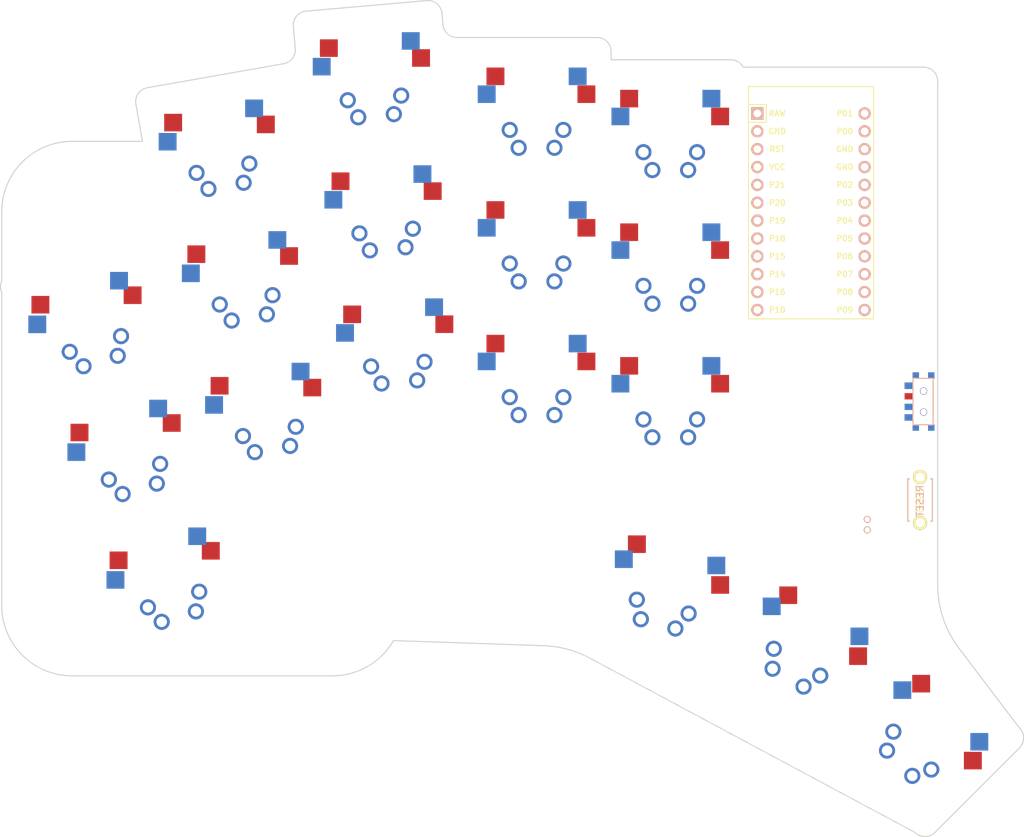
<source format=kicad_pcb>

            
(kicad_pcb (version 20171130) (host pcbnew 5.1.6)

  (page A3)
  (title_block
    (title owl_generated)
    (rev v1.0.0)
    (company Unknown)
  )

  (general
    (thickness 1.6)
  )

  (layers
    (0 F.Cu signal)
    (31 B.Cu signal)
    (32 B.Adhes user)
    (33 F.Adhes user)
    (34 B.Paste user)
    (35 F.Paste user)
    (36 B.SilkS user)
    (37 F.SilkS user)
    (38 B.Mask user)
    (39 F.Mask user)
    (40 Dwgs.User user)
    (41 Cmts.User user)
    (42 Eco1.User user)
    (43 Eco2.User user)
    (44 Edge.Cuts user)
    (45 Margin user)
    (46 B.CrtYd user)
    (47 F.CrtYd user)
    (48 B.Fab user)
    (49 F.Fab user)
  )

  (setup
    (last_trace_width 0.25)
    (trace_clearance 0.2)
    (zone_clearance 0.508)
    (zone_45_only no)
    (trace_min 0.2)
    (via_size 0.8)
    (via_drill 0.4)
    (via_min_size 0.4)
    (via_min_drill 0.3)
    (uvia_size 0.3)
    (uvia_drill 0.1)
    (uvias_allowed no)
    (uvia_min_size 0.2)
    (uvia_min_drill 0.1)
    (edge_width 0.05)
    (segment_width 0.2)
    (pcb_text_width 0.3)
    (pcb_text_size 1.5 1.5)
    (mod_edge_width 0.12)
    (mod_text_size 1 1)
    (mod_text_width 0.15)
    (pad_size 1.524 1.524)
    (pad_drill 0.762)
    (pad_to_mask_clearance 0.05)
    (aux_axis_origin 0 0)
    (visible_elements FFFFFF7F)
    (pcbplotparams
      (layerselection 0x010fc_ffffffff)
      (usegerberextensions false)
      (usegerberattributes true)
      (usegerberadvancedattributes true)
      (creategerberjobfile true)
      (excludeedgelayer true)
      (linewidth 0.100000)
      (plotframeref false)
      (viasonmask false)
      (mode 1)
      (useauxorigin false)
      (hpglpennumber 1)
      (hpglpenspeed 20)
      (hpglpendiameter 15.000000)
      (psnegative false)
      (psa4output false)
      (plotreference true)
      (plotvalue true)
      (plotinvisibletext false)
      (padsonsilk false)
      (subtractmaskfromsilk false)
      (outputformat 1)
      (mirror false)
      (drillshape 1)
      (scaleselection 1)
      (outputdirectory ""))
  )

            (net 0 "")
(net 1 "P6")
(net 2 "GND")
(net 3 "P5")
(net 4 "P4")
(net 5 "P3")
(net 6 "P2")
(net 7 "P0")
(net 8 "P1")
(net 9 "P18")
(net 10 "P15")
(net 11 "P14")
(net 12 "P16")
(net 13 "P10")
(net 14 "P19")
(net 15 "P20")
(net 16 "P21")
(net 17 "P7")
(net 18 "P8")
(net 19 "P9")
(net 20 "RAW")
(net 21 "RST")
(net 22 "VCC")
(net 23 "Braw")
(net 24 "Bplus")
(net 25 "Bminus")
            
  (net_class Default "This is the default net class."
    (clearance 0.2)
    (trace_width 0.25)
    (via_dia 0.8)
    (via_drill 0.4)
    (uvia_dia 0.3)
    (uvia_drill 0.1)
    (add_net "")
(add_net "P6")
(add_net "GND")
(add_net "P5")
(add_net "P4")
(add_net "P3")
(add_net "P2")
(add_net "P0")
(add_net "P1")
(add_net "P18")
(add_net "P15")
(add_net "P14")
(add_net "P16")
(add_net "P10")
(add_net "P19")
(add_net "P20")
(add_net "P21")
(add_net "P7")
(add_net "P8")
(add_net "P9")
(add_net "RAW")
(add_net "RST")
(add_net "VCC")
(add_net "Braw")
(add_net "Bplus")
(add_net "Bminus")
  )

            
        
      (module MX (layer F.Cu) (tedit 5DD4F656)
      (at 62.4449376 -49.1697904 17)

      
      (fp_text reference "S1" (at 0 0) (layer F.SilkS) hide (effects (font (size 1.27 1.27) (thickness 0.15))))
      (fp_text value "" (at 0 0) (layer F.SilkS) hide (effects (font (size 1.27 1.27) (thickness 0.15))))

      
      (fp_line (start -7 -6) (end -7 -7) (layer Dwgs.User) (width 0.15))
      (fp_line (start -7 7) (end -6 7) (layer Dwgs.User) (width 0.15))
      (fp_line (start -6 -7) (end -7 -7) (layer Dwgs.User) (width 0.15))
      (fp_line (start -7 7) (end -7 6) (layer Dwgs.User) (width 0.15))
      (fp_line (start 7 6) (end 7 7) (layer Dwgs.User) (width 0.15))
      (fp_line (start 7 -7) (end 6 -7) (layer Dwgs.User) (width 0.15))
      (fp_line (start 6 7) (end 7 7) (layer Dwgs.User) (width 0.15))
      (fp_line (start 7 -7) (end 7 -6) (layer Dwgs.User) (width 0.15))
    
      
      (pad "" np_thru_hole circle (at 0 0) (size 3.9878 3.9878) (drill 3.9878) (layers *.Cu *.Mask))

      
      (pad "" np_thru_hole circle (at 5.08 0) (size 1.7018 1.7018) (drill 1.7018) (layers *.Cu *.Mask))
      (pad "" np_thru_hole circle (at -5.08 0) (size 1.7018 1.7018) (drill 1.7018) (layers *.Cu *.Mask))
      
        
      
      (fp_line (start -9.5 -9.5) (end 9.5 -9.5) (layer Dwgs.User) (width 0.15))
      (fp_line (start 9.5 -9.5) (end 9.5 9.5) (layer Dwgs.User) (width 0.15))
      (fp_line (start 9.5 9.5) (end -9.5 9.5) (layer Dwgs.User) (width 0.15))
      (fp_line (start -9.5 9.5) (end -9.5 -9.5) (layer Dwgs.User) (width 0.15))
      
        
        
        (pad "" np_thru_hole circle (at 2.54 -5.08) (size 3 3) (drill 3) (layers *.Cu *.Mask))
        (pad "" np_thru_hole circle (at -3.81 -2.54) (size 3 3) (drill 3) (layers *.Cu *.Mask))
        
        
        (pad 1 smd rect (at -7.085 -2.54 180) (size 2.55 2.5) (layers B.Cu B.Paste B.Mask) (net 1 "P6"))
        (pad 2 smd rect (at 5.842 -5.08 180) (size 2.55 2.5) (layers B.Cu B.Paste B.Mask) (net 2 "GND"))
        
        
        
        (pad "" np_thru_hole circle (at -2.54 -5.08) (size 3 3) (drill 3) (layers *.Cu *.Mask))
        (pad "" np_thru_hole circle (at 3.81 -2.54) (size 3 3) (drill 3) (layers *.Cu *.Mask))
        
        
        (pad 1 smd rect (at 7.085 -2.54 180) (size 2.55 2.5) (layers F.Cu F.Paste F.Mask) (net 1 "P6"))
        (pad 2 smd rect (at -5.842 -5.08 180) (size 2.55 2.5) (layers F.Cu F.Paste F.Mask) (net 2 "GND"))
        )
        

        
      (module MX (layer F.Cu) (tedit 5DD4F656)
      (at 62.4449376 -49.1697904 197)

      
      (fp_text reference "S2" (at 0 0) (layer F.SilkS) hide (effects (font (size 1.27 1.27) (thickness 0.15))))
      (fp_text value "" (at 0 0) (layer F.SilkS) hide (effects (font (size 1.27 1.27) (thickness 0.15))))

      
      (fp_line (start -7 -6) (end -7 -7) (layer Dwgs.User) (width 0.15))
      (fp_line (start -7 7) (end -6 7) (layer Dwgs.User) (width 0.15))
      (fp_line (start -6 -7) (end -7 -7) (layer Dwgs.User) (width 0.15))
      (fp_line (start -7 7) (end -7 6) (layer Dwgs.User) (width 0.15))
      (fp_line (start 7 6) (end 7 7) (layer Dwgs.User) (width 0.15))
      (fp_line (start 7 -7) (end 6 -7) (layer Dwgs.User) (width 0.15))
      (fp_line (start 6 7) (end 7 7) (layer Dwgs.User) (width 0.15))
      (fp_line (start 7 -7) (end 7 -6) (layer Dwgs.User) (width 0.15))
    
      
      (pad "" np_thru_hole circle (at 0 0) (size 3.9878 3.9878) (drill 3.9878) (layers *.Cu *.Mask))

      
      (pad "" np_thru_hole circle (at 5.08 0) (size 1.7018 1.7018) (drill 1.7018) (layers *.Cu *.Mask))
      (pad "" np_thru_hole circle (at -5.08 0) (size 1.7018 1.7018) (drill 1.7018) (layers *.Cu *.Mask))
      
        
      
      (fp_line (start -9.5 -9.5) (end 9.5 -9.5) (layer Dwgs.User) (width 0.15))
      (fp_line (start 9.5 -9.5) (end 9.5 9.5) (layer Dwgs.User) (width 0.15))
      (fp_line (start 9.5 9.5) (end -9.5 9.5) (layer Dwgs.User) (width 0.15))
      (fp_line (start -9.5 9.5) (end -9.5 -9.5) (layer Dwgs.User) (width 0.15))
      
        
            
            (pad 1 thru_hole circle (at 2.54 -5.08) (size 2.286 2.286) (drill 1.4986) (layers *.Cu *.Mask) (net 1 "P6"))
            (pad 2 thru_hole circle (at -3.81 -2.54) (size 2.286 2.286) (drill 1.4986) (layers *.Cu *.Mask) (net 2 "GND"))
          
        
            
            (pad 1 thru_hole circle (at -2.54 -5.08) (size 2.286 2.286) (drill 1.4986) (layers *.Cu *.Mask) (net 1 "P6"))
            (pad 2 thru_hole circle (at 3.81 -2.54) (size 2.286 2.286) (drill 1.4986) (layers *.Cu *.Mask) (net 2 "GND"))
          )
        

        
      (module MX (layer F.Cu) (tedit 5DD4F656)
      (at 56.8898752 -67.3395807 17)

      
      (fp_text reference "S3" (at 0 0) (layer F.SilkS) hide (effects (font (size 1.27 1.27) (thickness 0.15))))
      (fp_text value "" (at 0 0) (layer F.SilkS) hide (effects (font (size 1.27 1.27) (thickness 0.15))))

      
      (fp_line (start -7 -6) (end -7 -7) (layer Dwgs.User) (width 0.15))
      (fp_line (start -7 7) (end -6 7) (layer Dwgs.User) (width 0.15))
      (fp_line (start -6 -7) (end -7 -7) (layer Dwgs.User) (width 0.15))
      (fp_line (start -7 7) (end -7 6) (layer Dwgs.User) (width 0.15))
      (fp_line (start 7 6) (end 7 7) (layer Dwgs.User) (width 0.15))
      (fp_line (start 7 -7) (end 6 -7) (layer Dwgs.User) (width 0.15))
      (fp_line (start 6 7) (end 7 7) (layer Dwgs.User) (width 0.15))
      (fp_line (start 7 -7) (end 7 -6) (layer Dwgs.User) (width 0.15))
    
      
      (pad "" np_thru_hole circle (at 0 0) (size 3.9878 3.9878) (drill 3.9878) (layers *.Cu *.Mask))

      
      (pad "" np_thru_hole circle (at 5.08 0) (size 1.7018 1.7018) (drill 1.7018) (layers *.Cu *.Mask))
      (pad "" np_thru_hole circle (at -5.08 0) (size 1.7018 1.7018) (drill 1.7018) (layers *.Cu *.Mask))
      
        
      
      (fp_line (start -9.5 -9.5) (end 9.5 -9.5) (layer Dwgs.User) (width 0.15))
      (fp_line (start 9.5 -9.5) (end 9.5 9.5) (layer Dwgs.User) (width 0.15))
      (fp_line (start 9.5 9.5) (end -9.5 9.5) (layer Dwgs.User) (width 0.15))
      (fp_line (start -9.5 9.5) (end -9.5 -9.5) (layer Dwgs.User) (width 0.15))
      
        
        
        (pad "" np_thru_hole circle (at 2.54 -5.08) (size 3 3) (drill 3) (layers *.Cu *.Mask))
        (pad "" np_thru_hole circle (at -3.81 -2.54) (size 3 3) (drill 3) (layers *.Cu *.Mask))
        
        
        (pad 1 smd rect (at -7.085 -2.54 180) (size 2.55 2.5) (layers B.Cu B.Paste B.Mask) (net 3 "P5"))
        (pad 2 smd rect (at 5.842 -5.08 180) (size 2.55 2.5) (layers B.Cu B.Paste B.Mask) (net 2 "GND"))
        
        
        
        (pad "" np_thru_hole circle (at -2.54 -5.08) (size 3 3) (drill 3) (layers *.Cu *.Mask))
        (pad "" np_thru_hole circle (at 3.81 -2.54) (size 3 3) (drill 3) (layers *.Cu *.Mask))
        
        
        (pad 1 smd rect (at 7.085 -2.54 180) (size 2.55 2.5) (layers F.Cu F.Paste F.Mask) (net 3 "P5"))
        (pad 2 smd rect (at -5.842 -5.08 180) (size 2.55 2.5) (layers F.Cu F.Paste F.Mask) (net 2 "GND"))
        )
        

        
      (module MX (layer F.Cu) (tedit 5DD4F656)
      (at 56.8898752 -67.3395807 197)

      
      (fp_text reference "S4" (at 0 0) (layer F.SilkS) hide (effects (font (size 1.27 1.27) (thickness 0.15))))
      (fp_text value "" (at 0 0) (layer F.SilkS) hide (effects (font (size 1.27 1.27) (thickness 0.15))))

      
      (fp_line (start -7 -6) (end -7 -7) (layer Dwgs.User) (width 0.15))
      (fp_line (start -7 7) (end -6 7) (layer Dwgs.User) (width 0.15))
      (fp_line (start -6 -7) (end -7 -7) (layer Dwgs.User) (width 0.15))
      (fp_line (start -7 7) (end -7 6) (layer Dwgs.User) (width 0.15))
      (fp_line (start 7 6) (end 7 7) (layer Dwgs.User) (width 0.15))
      (fp_line (start 7 -7) (end 6 -7) (layer Dwgs.User) (width 0.15))
      (fp_line (start 6 7) (end 7 7) (layer Dwgs.User) (width 0.15))
      (fp_line (start 7 -7) (end 7 -6) (layer Dwgs.User) (width 0.15))
    
      
      (pad "" np_thru_hole circle (at 0 0) (size 3.9878 3.9878) (drill 3.9878) (layers *.Cu *.Mask))

      
      (pad "" np_thru_hole circle (at 5.08 0) (size 1.7018 1.7018) (drill 1.7018) (layers *.Cu *.Mask))
      (pad "" np_thru_hole circle (at -5.08 0) (size 1.7018 1.7018) (drill 1.7018) (layers *.Cu *.Mask))
      
        
      
      (fp_line (start -9.5 -9.5) (end 9.5 -9.5) (layer Dwgs.User) (width 0.15))
      (fp_line (start 9.5 -9.5) (end 9.5 9.5) (layer Dwgs.User) (width 0.15))
      (fp_line (start 9.5 9.5) (end -9.5 9.5) (layer Dwgs.User) (width 0.15))
      (fp_line (start -9.5 9.5) (end -9.5 -9.5) (layer Dwgs.User) (width 0.15))
      
        
            
            (pad 1 thru_hole circle (at 2.54 -5.08) (size 2.286 2.286) (drill 1.4986) (layers *.Cu *.Mask) (net 3 "P5"))
            (pad 2 thru_hole circle (at -3.81 -2.54) (size 2.286 2.286) (drill 1.4986) (layers *.Cu *.Mask) (net 2 "GND"))
          
        
            
            (pad 1 thru_hole circle (at -2.54 -5.08) (size 2.286 2.286) (drill 1.4986) (layers *.Cu *.Mask) (net 3 "P5"))
            (pad 2 thru_hole circle (at 3.81 -2.54) (size 2.286 2.286) (drill 1.4986) (layers *.Cu *.Mask) (net 2 "GND"))
          )
        

        
      (module MX (layer F.Cu) (tedit 5DD4F656)
      (at 51.3348128 -85.50937110000001 17)

      
      (fp_text reference "S5" (at 0 0) (layer F.SilkS) hide (effects (font (size 1.27 1.27) (thickness 0.15))))
      (fp_text value "" (at 0 0) (layer F.SilkS) hide (effects (font (size 1.27 1.27) (thickness 0.15))))

      
      (fp_line (start -7 -6) (end -7 -7) (layer Dwgs.User) (width 0.15))
      (fp_line (start -7 7) (end -6 7) (layer Dwgs.User) (width 0.15))
      (fp_line (start -6 -7) (end -7 -7) (layer Dwgs.User) (width 0.15))
      (fp_line (start -7 7) (end -7 6) (layer Dwgs.User) (width 0.15))
      (fp_line (start 7 6) (end 7 7) (layer Dwgs.User) (width 0.15))
      (fp_line (start 7 -7) (end 6 -7) (layer Dwgs.User) (width 0.15))
      (fp_line (start 6 7) (end 7 7) (layer Dwgs.User) (width 0.15))
      (fp_line (start 7 -7) (end 7 -6) (layer Dwgs.User) (width 0.15))
    
      
      (pad "" np_thru_hole circle (at 0 0) (size 3.9878 3.9878) (drill 3.9878) (layers *.Cu *.Mask))

      
      (pad "" np_thru_hole circle (at 5.08 0) (size 1.7018 1.7018) (drill 1.7018) (layers *.Cu *.Mask))
      (pad "" np_thru_hole circle (at -5.08 0) (size 1.7018 1.7018) (drill 1.7018) (layers *.Cu *.Mask))
      
        
      
      (fp_line (start -9.5 -9.5) (end 9.5 -9.5) (layer Dwgs.User) (width 0.15))
      (fp_line (start 9.5 -9.5) (end 9.5 9.5) (layer Dwgs.User) (width 0.15))
      (fp_line (start 9.5 9.5) (end -9.5 9.5) (layer Dwgs.User) (width 0.15))
      (fp_line (start -9.5 9.5) (end -9.5 -9.5) (layer Dwgs.User) (width 0.15))
      
        
        
        (pad "" np_thru_hole circle (at 2.54 -5.08) (size 3 3) (drill 3) (layers *.Cu *.Mask))
        (pad "" np_thru_hole circle (at -3.81 -2.54) (size 3 3) (drill 3) (layers *.Cu *.Mask))
        
        
        (pad 1 smd rect (at -7.085 -2.54 180) (size 2.55 2.5) (layers B.Cu B.Paste B.Mask) (net 4 "P4"))
        (pad 2 smd rect (at 5.842 -5.08 180) (size 2.55 2.5) (layers B.Cu B.Paste B.Mask) (net 2 "GND"))
        
        
        
        (pad "" np_thru_hole circle (at -2.54 -5.08) (size 3 3) (drill 3) (layers *.Cu *.Mask))
        (pad "" np_thru_hole circle (at 3.81 -2.54) (size 3 3) (drill 3) (layers *.Cu *.Mask))
        
        
        (pad 1 smd rect (at 7.085 -2.54 180) (size 2.55 2.5) (layers F.Cu F.Paste F.Mask) (net 4 "P4"))
        (pad 2 smd rect (at -5.842 -5.08 180) (size 2.55 2.5) (layers F.Cu F.Paste F.Mask) (net 2 "GND"))
        )
        

        
      (module MX (layer F.Cu) (tedit 5DD4F656)
      (at 51.3348128 -85.50937110000001 197)

      
      (fp_text reference "S6" (at 0 0) (layer F.SilkS) hide (effects (font (size 1.27 1.27) (thickness 0.15))))
      (fp_text value "" (at 0 0) (layer F.SilkS) hide (effects (font (size 1.27 1.27) (thickness 0.15))))

      
      (fp_line (start -7 -6) (end -7 -7) (layer Dwgs.User) (width 0.15))
      (fp_line (start -7 7) (end -6 7) (layer Dwgs.User) (width 0.15))
      (fp_line (start -6 -7) (end -7 -7) (layer Dwgs.User) (width 0.15))
      (fp_line (start -7 7) (end -7 6) (layer Dwgs.User) (width 0.15))
      (fp_line (start 7 6) (end 7 7) (layer Dwgs.User) (width 0.15))
      (fp_line (start 7 -7) (end 6 -7) (layer Dwgs.User) (width 0.15))
      (fp_line (start 6 7) (end 7 7) (layer Dwgs.User) (width 0.15))
      (fp_line (start 7 -7) (end 7 -6) (layer Dwgs.User) (width 0.15))
    
      
      (pad "" np_thru_hole circle (at 0 0) (size 3.9878 3.9878) (drill 3.9878) (layers *.Cu *.Mask))

      
      (pad "" np_thru_hole circle (at 5.08 0) (size 1.7018 1.7018) (drill 1.7018) (layers *.Cu *.Mask))
      (pad "" np_thru_hole circle (at -5.08 0) (size 1.7018 1.7018) (drill 1.7018) (layers *.Cu *.Mask))
      
        
      
      (fp_line (start -9.5 -9.5) (end 9.5 -9.5) (layer Dwgs.User) (width 0.15))
      (fp_line (start 9.5 -9.5) (end 9.5 9.5) (layer Dwgs.User) (width 0.15))
      (fp_line (start 9.5 9.5) (end -9.5 9.5) (layer Dwgs.User) (width 0.15))
      (fp_line (start -9.5 9.5) (end -9.5 -9.5) (layer Dwgs.User) (width 0.15))
      
        
            
            (pad 1 thru_hole circle (at 2.54 -5.08) (size 2.286 2.286) (drill 1.4986) (layers *.Cu *.Mask) (net 4 "P4"))
            (pad 2 thru_hole circle (at -3.81 -2.54) (size 2.286 2.286) (drill 1.4986) (layers *.Cu *.Mask) (net 2 "GND"))
          
        
            
            (pad 1 thru_hole circle (at -2.54 -5.08) (size 2.286 2.286) (drill 1.4986) (layers *.Cu *.Mask) (net 4 "P4"))
            (pad 2 thru_hole circle (at 3.81 -2.54) (size 2.286 2.286) (drill 1.4986) (layers *.Cu *.Mask) (net 2 "GND"))
          )
        

        
      (module MX (layer F.Cu) (tedit 5DD4F656)
      (at 76.3591078 -73.1438283 10)

      
      (fp_text reference "S7" (at 0 0) (layer F.SilkS) hide (effects (font (size 1.27 1.27) (thickness 0.15))))
      (fp_text value "" (at 0 0) (layer F.SilkS) hide (effects (font (size 1.27 1.27) (thickness 0.15))))

      
      (fp_line (start -7 -6) (end -7 -7) (layer Dwgs.User) (width 0.15))
      (fp_line (start -7 7) (end -6 7) (layer Dwgs.User) (width 0.15))
      (fp_line (start -6 -7) (end -7 -7) (layer Dwgs.User) (width 0.15))
      (fp_line (start -7 7) (end -7 6) (layer Dwgs.User) (width 0.15))
      (fp_line (start 7 6) (end 7 7) (layer Dwgs.User) (width 0.15))
      (fp_line (start 7 -7) (end 6 -7) (layer Dwgs.User) (width 0.15))
      (fp_line (start 6 7) (end 7 7) (layer Dwgs.User) (width 0.15))
      (fp_line (start 7 -7) (end 7 -6) (layer Dwgs.User) (width 0.15))
    
      
      (pad "" np_thru_hole circle (at 0 0) (size 3.9878 3.9878) (drill 3.9878) (layers *.Cu *.Mask))

      
      (pad "" np_thru_hole circle (at 5.08 0) (size 1.7018 1.7018) (drill 1.7018) (layers *.Cu *.Mask))
      (pad "" np_thru_hole circle (at -5.08 0) (size 1.7018 1.7018) (drill 1.7018) (layers *.Cu *.Mask))
      
        
      
      (fp_line (start -9.5 -9.5) (end 9.5 -9.5) (layer Dwgs.User) (width 0.15))
      (fp_line (start 9.5 -9.5) (end 9.5 9.5) (layer Dwgs.User) (width 0.15))
      (fp_line (start 9.5 9.5) (end -9.5 9.5) (layer Dwgs.User) (width 0.15))
      (fp_line (start -9.5 9.5) (end -9.5 -9.5) (layer Dwgs.User) (width 0.15))
      
        
        
        (pad "" np_thru_hole circle (at 2.54 -5.08) (size 3 3) (drill 3) (layers *.Cu *.Mask))
        (pad "" np_thru_hole circle (at -3.81 -2.54) (size 3 3) (drill 3) (layers *.Cu *.Mask))
        
        
        (pad 1 smd rect (at -7.085 -2.54 180) (size 2.55 2.5) (layers B.Cu B.Paste B.Mask) (net 5 "P3"))
        (pad 2 smd rect (at 5.842 -5.08 180) (size 2.55 2.5) (layers B.Cu B.Paste B.Mask) (net 2 "GND"))
        
        
        
        (pad "" np_thru_hole circle (at -2.54 -5.08) (size 3 3) (drill 3) (layers *.Cu *.Mask))
        (pad "" np_thru_hole circle (at 3.81 -2.54) (size 3 3) (drill 3) (layers *.Cu *.Mask))
        
        
        (pad 1 smd rect (at 7.085 -2.54 180) (size 2.55 2.5) (layers F.Cu F.Paste F.Mask) (net 5 "P3"))
        (pad 2 smd rect (at -5.842 -5.08 180) (size 2.55 2.5) (layers F.Cu F.Paste F.Mask) (net 2 "GND"))
        )
        

        
      (module MX (layer F.Cu) (tedit 5DD4F656)
      (at 76.3591078 -73.1438283 190)

      
      (fp_text reference "S8" (at 0 0) (layer F.SilkS) hide (effects (font (size 1.27 1.27) (thickness 0.15))))
      (fp_text value "" (at 0 0) (layer F.SilkS) hide (effects (font (size 1.27 1.27) (thickness 0.15))))

      
      (fp_line (start -7 -6) (end -7 -7) (layer Dwgs.User) (width 0.15))
      (fp_line (start -7 7) (end -6 7) (layer Dwgs.User) (width 0.15))
      (fp_line (start -6 -7) (end -7 -7) (layer Dwgs.User) (width 0.15))
      (fp_line (start -7 7) (end -7 6) (layer Dwgs.User) (width 0.15))
      (fp_line (start 7 6) (end 7 7) (layer Dwgs.User) (width 0.15))
      (fp_line (start 7 -7) (end 6 -7) (layer Dwgs.User) (width 0.15))
      (fp_line (start 6 7) (end 7 7) (layer Dwgs.User) (width 0.15))
      (fp_line (start 7 -7) (end 7 -6) (layer Dwgs.User) (width 0.15))
    
      
      (pad "" np_thru_hole circle (at 0 0) (size 3.9878 3.9878) (drill 3.9878) (layers *.Cu *.Mask))

      
      (pad "" np_thru_hole circle (at 5.08 0) (size 1.7018 1.7018) (drill 1.7018) (layers *.Cu *.Mask))
      (pad "" np_thru_hole circle (at -5.08 0) (size 1.7018 1.7018) (drill 1.7018) (layers *.Cu *.Mask))
      
        
      
      (fp_line (start -9.5 -9.5) (end 9.5 -9.5) (layer Dwgs.User) (width 0.15))
      (fp_line (start 9.5 -9.5) (end 9.5 9.5) (layer Dwgs.User) (width 0.15))
      (fp_line (start 9.5 9.5) (end -9.5 9.5) (layer Dwgs.User) (width 0.15))
      (fp_line (start -9.5 9.5) (end -9.5 -9.5) (layer Dwgs.User) (width 0.15))
      
        
            
            (pad 1 thru_hole circle (at 2.54 -5.08) (size 2.286 2.286) (drill 1.4986) (layers *.Cu *.Mask) (net 5 "P3"))
            (pad 2 thru_hole circle (at -3.81 -2.54) (size 2.286 2.286) (drill 1.4986) (layers *.Cu *.Mask) (net 2 "GND"))
          
        
            
            (pad 1 thru_hole circle (at -2.54 -5.08) (size 2.286 2.286) (drill 1.4986) (layers *.Cu *.Mask) (net 5 "P3"))
            (pad 2 thru_hole circle (at 3.81 -2.54) (size 2.286 2.286) (drill 1.4986) (layers *.Cu *.Mask) (net 2 "GND"))
          )
        

        
      (module MX (layer F.Cu) (tedit 5DD4F656)
      (at 73.0597924 -91.85517569999999 10)

      
      (fp_text reference "S9" (at 0 0) (layer F.SilkS) hide (effects (font (size 1.27 1.27) (thickness 0.15))))
      (fp_text value "" (at 0 0) (layer F.SilkS) hide (effects (font (size 1.27 1.27) (thickness 0.15))))

      
      (fp_line (start -7 -6) (end -7 -7) (layer Dwgs.User) (width 0.15))
      (fp_line (start -7 7) (end -6 7) (layer Dwgs.User) (width 0.15))
      (fp_line (start -6 -7) (end -7 -7) (layer Dwgs.User) (width 0.15))
      (fp_line (start -7 7) (end -7 6) (layer Dwgs.User) (width 0.15))
      (fp_line (start 7 6) (end 7 7) (layer Dwgs.User) (width 0.15))
      (fp_line (start 7 -7) (end 6 -7) (layer Dwgs.User) (width 0.15))
      (fp_line (start 6 7) (end 7 7) (layer Dwgs.User) (width 0.15))
      (fp_line (start 7 -7) (end 7 -6) (layer Dwgs.User) (width 0.15))
    
      
      (pad "" np_thru_hole circle (at 0 0) (size 3.9878 3.9878) (drill 3.9878) (layers *.Cu *.Mask))

      
      (pad "" np_thru_hole circle (at 5.08 0) (size 1.7018 1.7018) (drill 1.7018) (layers *.Cu *.Mask))
      (pad "" np_thru_hole circle (at -5.08 0) (size 1.7018 1.7018) (drill 1.7018) (layers *.Cu *.Mask))
      
        
      
      (fp_line (start -9.5 -9.5) (end 9.5 -9.5) (layer Dwgs.User) (width 0.15))
      (fp_line (start 9.5 -9.5) (end 9.5 9.5) (layer Dwgs.User) (width 0.15))
      (fp_line (start 9.5 9.5) (end -9.5 9.5) (layer Dwgs.User) (width 0.15))
      (fp_line (start -9.5 9.5) (end -9.5 -9.5) (layer Dwgs.User) (width 0.15))
      
        
        
        (pad "" np_thru_hole circle (at 2.54 -5.08) (size 3 3) (drill 3) (layers *.Cu *.Mask))
        (pad "" np_thru_hole circle (at -3.81 -2.54) (size 3 3) (drill 3) (layers *.Cu *.Mask))
        
        
        (pad 1 smd rect (at -7.085 -2.54 180) (size 2.55 2.5) (layers B.Cu B.Paste B.Mask) (net 6 "P2"))
        (pad 2 smd rect (at 5.842 -5.08 180) (size 2.55 2.5) (layers B.Cu B.Paste B.Mask) (net 2 "GND"))
        
        
        
        (pad "" np_thru_hole circle (at -2.54 -5.08) (size 3 3) (drill 3) (layers *.Cu *.Mask))
        (pad "" np_thru_hole circle (at 3.81 -2.54) (size 3 3) (drill 3) (layers *.Cu *.Mask))
        
        
        (pad 1 smd rect (at 7.085 -2.54 180) (size 2.55 2.5) (layers F.Cu F.Paste F.Mask) (net 6 "P2"))
        (pad 2 smd rect (at -5.842 -5.08 180) (size 2.55 2.5) (layers F.Cu F.Paste F.Mask) (net 2 "GND"))
        )
        

        
      (module MX (layer F.Cu) (tedit 5DD4F656)
      (at 73.0597924 -91.85517569999999 190)

      
      (fp_text reference "S10" (at 0 0) (layer F.SilkS) hide (effects (font (size 1.27 1.27) (thickness 0.15))))
      (fp_text value "" (at 0 0) (layer F.SilkS) hide (effects (font (size 1.27 1.27) (thickness 0.15))))

      
      (fp_line (start -7 -6) (end -7 -7) (layer Dwgs.User) (width 0.15))
      (fp_line (start -7 7) (end -6 7) (layer Dwgs.User) (width 0.15))
      (fp_line (start -6 -7) (end -7 -7) (layer Dwgs.User) (width 0.15))
      (fp_line (start -7 7) (end -7 6) (layer Dwgs.User) (width 0.15))
      (fp_line (start 7 6) (end 7 7) (layer Dwgs.User) (width 0.15))
      (fp_line (start 7 -7) (end 6 -7) (layer Dwgs.User) (width 0.15))
      (fp_line (start 6 7) (end 7 7) (layer Dwgs.User) (width 0.15))
      (fp_line (start 7 -7) (end 7 -6) (layer Dwgs.User) (width 0.15))
    
      
      (pad "" np_thru_hole circle (at 0 0) (size 3.9878 3.9878) (drill 3.9878) (layers *.Cu *.Mask))

      
      (pad "" np_thru_hole circle (at 5.08 0) (size 1.7018 1.7018) (drill 1.7018) (layers *.Cu *.Mask))
      (pad "" np_thru_hole circle (at -5.08 0) (size 1.7018 1.7018) (drill 1.7018) (layers *.Cu *.Mask))
      
        
      
      (fp_line (start -9.5 -9.5) (end 9.5 -9.5) (layer Dwgs.User) (width 0.15))
      (fp_line (start 9.5 -9.5) (end 9.5 9.5) (layer Dwgs.User) (width 0.15))
      (fp_line (start 9.5 9.5) (end -9.5 9.5) (layer Dwgs.User) (width 0.15))
      (fp_line (start -9.5 9.5) (end -9.5 -9.5) (layer Dwgs.User) (width 0.15))
      
        
            
            (pad 1 thru_hole circle (at 2.54 -5.08) (size 2.286 2.286) (drill 1.4986) (layers *.Cu *.Mask) (net 6 "P2"))
            (pad 2 thru_hole circle (at -3.81 -2.54) (size 2.286 2.286) (drill 1.4986) (layers *.Cu *.Mask) (net 2 "GND"))
          
        
            
            (pad 1 thru_hole circle (at -2.54 -5.08) (size 2.286 2.286) (drill 1.4986) (layers *.Cu *.Mask) (net 6 "P2"))
            (pad 2 thru_hole circle (at 3.81 -2.54) (size 2.286 2.286) (drill 1.4986) (layers *.Cu *.Mask) (net 2 "GND"))
          )
        

        
      (module MX (layer F.Cu) (tedit 5DD4F656)
      (at 69.76047700000001 -110.5665229 10)

      
      (fp_text reference "S11" (at 0 0) (layer F.SilkS) hide (effects (font (size 1.27 1.27) (thickness 0.15))))
      (fp_text value "" (at 0 0) (layer F.SilkS) hide (effects (font (size 1.27 1.27) (thickness 0.15))))

      
      (fp_line (start -7 -6) (end -7 -7) (layer Dwgs.User) (width 0.15))
      (fp_line (start -7 7) (end -6 7) (layer Dwgs.User) (width 0.15))
      (fp_line (start -6 -7) (end -7 -7) (layer Dwgs.User) (width 0.15))
      (fp_line (start -7 7) (end -7 6) (layer Dwgs.User) (width 0.15))
      (fp_line (start 7 6) (end 7 7) (layer Dwgs.User) (width 0.15))
      (fp_line (start 7 -7) (end 6 -7) (layer Dwgs.User) (width 0.15))
      (fp_line (start 6 7) (end 7 7) (layer Dwgs.User) (width 0.15))
      (fp_line (start 7 -7) (end 7 -6) (layer Dwgs.User) (width 0.15))
    
      
      (pad "" np_thru_hole circle (at 0 0) (size 3.9878 3.9878) (drill 3.9878) (layers *.Cu *.Mask))

      
      (pad "" np_thru_hole circle (at 5.08 0) (size 1.7018 1.7018) (drill 1.7018) (layers *.Cu *.Mask))
      (pad "" np_thru_hole circle (at -5.08 0) (size 1.7018 1.7018) (drill 1.7018) (layers *.Cu *.Mask))
      
        
      
      (fp_line (start -9.5 -9.5) (end 9.5 -9.5) (layer Dwgs.User) (width 0.15))
      (fp_line (start 9.5 -9.5) (end 9.5 9.5) (layer Dwgs.User) (width 0.15))
      (fp_line (start 9.5 9.5) (end -9.5 9.5) (layer Dwgs.User) (width 0.15))
      (fp_line (start -9.5 9.5) (end -9.5 -9.5) (layer Dwgs.User) (width 0.15))
      
        
        
        (pad "" np_thru_hole circle (at 2.54 -5.08) (size 3 3) (drill 3) (layers *.Cu *.Mask))
        (pad "" np_thru_hole circle (at -3.81 -2.54) (size 3 3) (drill 3) (layers *.Cu *.Mask))
        
        
        (pad 1 smd rect (at -7.085 -2.54 180) (size 2.55 2.5) (layers B.Cu B.Paste B.Mask) (net 7 "P0"))
        (pad 2 smd rect (at 5.842 -5.08 180) (size 2.55 2.5) (layers B.Cu B.Paste B.Mask) (net 2 "GND"))
        
        
        
        (pad "" np_thru_hole circle (at -2.54 -5.08) (size 3 3) (drill 3) (layers *.Cu *.Mask))
        (pad "" np_thru_hole circle (at 3.81 -2.54) (size 3 3) (drill 3) (layers *.Cu *.Mask))
        
        
        (pad 1 smd rect (at 7.085 -2.54 180) (size 2.55 2.5) (layers F.Cu F.Paste F.Mask) (net 7 "P0"))
        (pad 2 smd rect (at -5.842 -5.08 180) (size 2.55 2.5) (layers F.Cu F.Paste F.Mask) (net 2 "GND"))
        )
        

        
      (module MX (layer F.Cu) (tedit 5DD4F656)
      (at 69.76047700000001 -110.5665229 190)

      
      (fp_text reference "S12" (at 0 0) (layer F.SilkS) hide (effects (font (size 1.27 1.27) (thickness 0.15))))
      (fp_text value "" (at 0 0) (layer F.SilkS) hide (effects (font (size 1.27 1.27) (thickness 0.15))))

      
      (fp_line (start -7 -6) (end -7 -7) (layer Dwgs.User) (width 0.15))
      (fp_line (start -7 7) (end -6 7) (layer Dwgs.User) (width 0.15))
      (fp_line (start -6 -7) (end -7 -7) (layer Dwgs.User) (width 0.15))
      (fp_line (start -7 7) (end -7 6) (layer Dwgs.User) (width 0.15))
      (fp_line (start 7 6) (end 7 7) (layer Dwgs.User) (width 0.15))
      (fp_line (start 7 -7) (end 6 -7) (layer Dwgs.User) (width 0.15))
      (fp_line (start 6 7) (end 7 7) (layer Dwgs.User) (width 0.15))
      (fp_line (start 7 -7) (end 7 -6) (layer Dwgs.User) (width 0.15))
    
      
      (pad "" np_thru_hole circle (at 0 0) (size 3.9878 3.9878) (drill 3.9878) (layers *.Cu *.Mask))

      
      (pad "" np_thru_hole circle (at 5.08 0) (size 1.7018 1.7018) (drill 1.7018) (layers *.Cu *.Mask))
      (pad "" np_thru_hole circle (at -5.08 0) (size 1.7018 1.7018) (drill 1.7018) (layers *.Cu *.Mask))
      
        
      
      (fp_line (start -9.5 -9.5) (end 9.5 -9.5) (layer Dwgs.User) (width 0.15))
      (fp_line (start 9.5 -9.5) (end 9.5 9.5) (layer Dwgs.User) (width 0.15))
      (fp_line (start 9.5 9.5) (end -9.5 9.5) (layer Dwgs.User) (width 0.15))
      (fp_line (start -9.5 9.5) (end -9.5 -9.5) (layer Dwgs.User) (width 0.15))
      
        
            
            (pad 1 thru_hole circle (at 2.54 -5.08) (size 2.286 2.286) (drill 1.4986) (layers *.Cu *.Mask) (net 7 "P0"))
            (pad 2 thru_hole circle (at -3.81 -2.54) (size 2.286 2.286) (drill 1.4986) (layers *.Cu *.Mask) (net 2 "GND"))
          
        
            
            (pad 1 thru_hole circle (at -2.54 -5.08) (size 2.286 2.286) (drill 1.4986) (layers *.Cu *.Mask) (net 7 "P0"))
            (pad 2 thru_hole circle (at 3.81 -2.54) (size 2.286 2.286) (drill 1.4986) (layers *.Cu *.Mask) (net 2 "GND"))
          )
        

        
      (module MX (layer F.Cu) (tedit 5DD4F656)
      (at 94.82847079999999 -82.7403944 5)

      
      (fp_text reference "S13" (at 0 0) (layer F.SilkS) hide (effects (font (size 1.27 1.27) (thickness 0.15))))
      (fp_text value "" (at 0 0) (layer F.SilkS) hide (effects (font (size 1.27 1.27) (thickness 0.15))))

      
      (fp_line (start -7 -6) (end -7 -7) (layer Dwgs.User) (width 0.15))
      (fp_line (start -7 7) (end -6 7) (layer Dwgs.User) (width 0.15))
      (fp_line (start -6 -7) (end -7 -7) (layer Dwgs.User) (width 0.15))
      (fp_line (start -7 7) (end -7 6) (layer Dwgs.User) (width 0.15))
      (fp_line (start 7 6) (end 7 7) (layer Dwgs.User) (width 0.15))
      (fp_line (start 7 -7) (end 6 -7) (layer Dwgs.User) (width 0.15))
      (fp_line (start 6 7) (end 7 7) (layer Dwgs.User) (width 0.15))
      (fp_line (start 7 -7) (end 7 -6) (layer Dwgs.User) (width 0.15))
    
      
      (pad "" np_thru_hole circle (at 0 0) (size 3.9878 3.9878) (drill 3.9878) (layers *.Cu *.Mask))

      
      (pad "" np_thru_hole circle (at 5.08 0) (size 1.7018 1.7018) (drill 1.7018) (layers *.Cu *.Mask))
      (pad "" np_thru_hole circle (at -5.08 0) (size 1.7018 1.7018) (drill 1.7018) (layers *.Cu *.Mask))
      
        
      
      (fp_line (start -9.5 -9.5) (end 9.5 -9.5) (layer Dwgs.User) (width 0.15))
      (fp_line (start 9.5 -9.5) (end 9.5 9.5) (layer Dwgs.User) (width 0.15))
      (fp_line (start 9.5 9.5) (end -9.5 9.5) (layer Dwgs.User) (width 0.15))
      (fp_line (start -9.5 9.5) (end -9.5 -9.5) (layer Dwgs.User) (width 0.15))
      
        
        
        (pad "" np_thru_hole circle (at 2.54 -5.08) (size 3 3) (drill 3) (layers *.Cu *.Mask))
        (pad "" np_thru_hole circle (at -3.81 -2.54) (size 3 3) (drill 3) (layers *.Cu *.Mask))
        
        
        (pad 1 smd rect (at -7.085 -2.54 180) (size 2.55 2.5) (layers B.Cu B.Paste B.Mask) (net 8 "P1"))
        (pad 2 smd rect (at 5.842 -5.08 180) (size 2.55 2.5) (layers B.Cu B.Paste B.Mask) (net 2 "GND"))
        
        
        
        (pad "" np_thru_hole circle (at -2.54 -5.08) (size 3 3) (drill 3) (layers *.Cu *.Mask))
        (pad "" np_thru_hole circle (at 3.81 -2.54) (size 3 3) (drill 3) (layers *.Cu *.Mask))
        
        
        (pad 1 smd rect (at 7.085 -2.54 180) (size 2.55 2.5) (layers F.Cu F.Paste F.Mask) (net 8 "P1"))
        (pad 2 smd rect (at -5.842 -5.08 180) (size 2.55 2.5) (layers F.Cu F.Paste F.Mask) (net 2 "GND"))
        )
        

        
      (module MX (layer F.Cu) (tedit 5DD4F656)
      (at 94.82847079999999 -82.7403944 185)

      
      (fp_text reference "S14" (at 0 0) (layer F.SilkS) hide (effects (font (size 1.27 1.27) (thickness 0.15))))
      (fp_text value "" (at 0 0) (layer F.SilkS) hide (effects (font (size 1.27 1.27) (thickness 0.15))))

      
      (fp_line (start -7 -6) (end -7 -7) (layer Dwgs.User) (width 0.15))
      (fp_line (start -7 7) (end -6 7) (layer Dwgs.User) (width 0.15))
      (fp_line (start -6 -7) (end -7 -7) (layer Dwgs.User) (width 0.15))
      (fp_line (start -7 7) (end -7 6) (layer Dwgs.User) (width 0.15))
      (fp_line (start 7 6) (end 7 7) (layer Dwgs.User) (width 0.15))
      (fp_line (start 7 -7) (end 6 -7) (layer Dwgs.User) (width 0.15))
      (fp_line (start 6 7) (end 7 7) (layer Dwgs.User) (width 0.15))
      (fp_line (start 7 -7) (end 7 -6) (layer Dwgs.User) (width 0.15))
    
      
      (pad "" np_thru_hole circle (at 0 0) (size 3.9878 3.9878) (drill 3.9878) (layers *.Cu *.Mask))

      
      (pad "" np_thru_hole circle (at 5.08 0) (size 1.7018 1.7018) (drill 1.7018) (layers *.Cu *.Mask))
      (pad "" np_thru_hole circle (at -5.08 0) (size 1.7018 1.7018) (drill 1.7018) (layers *.Cu *.Mask))
      
        
      
      (fp_line (start -9.5 -9.5) (end 9.5 -9.5) (layer Dwgs.User) (width 0.15))
      (fp_line (start 9.5 -9.5) (end 9.5 9.5) (layer Dwgs.User) (width 0.15))
      (fp_line (start 9.5 9.5) (end -9.5 9.5) (layer Dwgs.User) (width 0.15))
      (fp_line (start -9.5 9.5) (end -9.5 -9.5) (layer Dwgs.User) (width 0.15))
      
        
            
            (pad 1 thru_hole circle (at 2.54 -5.08) (size 2.286 2.286) (drill 1.4986) (layers *.Cu *.Mask) (net 8 "P1"))
            (pad 2 thru_hole circle (at -3.81 -2.54) (size 2.286 2.286) (drill 1.4986) (layers *.Cu *.Mask) (net 2 "GND"))
          
        
            
            (pad 1 thru_hole circle (at -2.54 -5.08) (size 2.286 2.286) (drill 1.4986) (layers *.Cu *.Mask) (net 8 "P1"))
            (pad 2 thru_hole circle (at 3.81 -2.54) (size 2.286 2.286) (drill 1.4986) (layers *.Cu *.Mask) (net 2 "GND"))
          )
        

        
      (module MX (layer F.Cu) (tedit 5DD4F656)
      (at 93.17251159999999 -101.66809359999999 5)

      
      (fp_text reference "S15" (at 0 0) (layer F.SilkS) hide (effects (font (size 1.27 1.27) (thickness 0.15))))
      (fp_text value "" (at 0 0) (layer F.SilkS) hide (effects (font (size 1.27 1.27) (thickness 0.15))))

      
      (fp_line (start -7 -6) (end -7 -7) (layer Dwgs.User) (width 0.15))
      (fp_line (start -7 7) (end -6 7) (layer Dwgs.User) (width 0.15))
      (fp_line (start -6 -7) (end -7 -7) (layer Dwgs.User) (width 0.15))
      (fp_line (start -7 7) (end -7 6) (layer Dwgs.User) (width 0.15))
      (fp_line (start 7 6) (end 7 7) (layer Dwgs.User) (width 0.15))
      (fp_line (start 7 -7) (end 6 -7) (layer Dwgs.User) (width 0.15))
      (fp_line (start 6 7) (end 7 7) (layer Dwgs.User) (width 0.15))
      (fp_line (start 7 -7) (end 7 -6) (layer Dwgs.User) (width 0.15))
    
      
      (pad "" np_thru_hole circle (at 0 0) (size 3.9878 3.9878) (drill 3.9878) (layers *.Cu *.Mask))

      
      (pad "" np_thru_hole circle (at 5.08 0) (size 1.7018 1.7018) (drill 1.7018) (layers *.Cu *.Mask))
      (pad "" np_thru_hole circle (at -5.08 0) (size 1.7018 1.7018) (drill 1.7018) (layers *.Cu *.Mask))
      
        
      
      (fp_line (start -9.5 -9.5) (end 9.5 -9.5) (layer Dwgs.User) (width 0.15))
      (fp_line (start 9.5 -9.5) (end 9.5 9.5) (layer Dwgs.User) (width 0.15))
      (fp_line (start 9.5 9.5) (end -9.5 9.5) (layer Dwgs.User) (width 0.15))
      (fp_line (start -9.5 9.5) (end -9.5 -9.5) (layer Dwgs.User) (width 0.15))
      
        
        
        (pad "" np_thru_hole circle (at 2.54 -5.08) (size 3 3) (drill 3) (layers *.Cu *.Mask))
        (pad "" np_thru_hole circle (at -3.81 -2.54) (size 3 3) (drill 3) (layers *.Cu *.Mask))
        
        
        (pad 1 smd rect (at -7.085 -2.54 180) (size 2.55 2.5) (layers B.Cu B.Paste B.Mask) (net 9 "P18"))
        (pad 2 smd rect (at 5.842 -5.08 180) (size 2.55 2.5) (layers B.Cu B.Paste B.Mask) (net 2 "GND"))
        
        
        
        (pad "" np_thru_hole circle (at -2.54 -5.08) (size 3 3) (drill 3) (layers *.Cu *.Mask))
        (pad "" np_thru_hole circle (at 3.81 -2.54) (size 3 3) (drill 3) (layers *.Cu *.Mask))
        
        
        (pad 1 smd rect (at 7.085 -2.54 180) (size 2.55 2.5) (layers F.Cu F.Paste F.Mask) (net 9 "P18"))
        (pad 2 smd rect (at -5.842 -5.08 180) (size 2.55 2.5) (layers F.Cu F.Paste F.Mask) (net 2 "GND"))
        )
        

        
      (module MX (layer F.Cu) (tedit 5DD4F656)
      (at 93.17251159999999 -101.66809359999999 185)

      
      (fp_text reference "S16" (at 0 0) (layer F.SilkS) hide (effects (font (size 1.27 1.27) (thickness 0.15))))
      (fp_text value "" (at 0 0) (layer F.SilkS) hide (effects (font (size 1.27 1.27) (thickness 0.15))))

      
      (fp_line (start -7 -6) (end -7 -7) (layer Dwgs.User) (width 0.15))
      (fp_line (start -7 7) (end -6 7) (layer Dwgs.User) (width 0.15))
      (fp_line (start -6 -7) (end -7 -7) (layer Dwgs.User) (width 0.15))
      (fp_line (start -7 7) (end -7 6) (layer Dwgs.User) (width 0.15))
      (fp_line (start 7 6) (end 7 7) (layer Dwgs.User) (width 0.15))
      (fp_line (start 7 -7) (end 6 -7) (layer Dwgs.User) (width 0.15))
      (fp_line (start 6 7) (end 7 7) (layer Dwgs.User) (width 0.15))
      (fp_line (start 7 -7) (end 7 -6) (layer Dwgs.User) (width 0.15))
    
      
      (pad "" np_thru_hole circle (at 0 0) (size 3.9878 3.9878) (drill 3.9878) (layers *.Cu *.Mask))

      
      (pad "" np_thru_hole circle (at 5.08 0) (size 1.7018 1.7018) (drill 1.7018) (layers *.Cu *.Mask))
      (pad "" np_thru_hole circle (at -5.08 0) (size 1.7018 1.7018) (drill 1.7018) (layers *.Cu *.Mask))
      
        
      
      (fp_line (start -9.5 -9.5) (end 9.5 -9.5) (layer Dwgs.User) (width 0.15))
      (fp_line (start 9.5 -9.5) (end 9.5 9.5) (layer Dwgs.User) (width 0.15))
      (fp_line (start 9.5 9.5) (end -9.5 9.5) (layer Dwgs.User) (width 0.15))
      (fp_line (start -9.5 9.5) (end -9.5 -9.5) (layer Dwgs.User) (width 0.15))
      
        
            
            (pad 1 thru_hole circle (at 2.54 -5.08) (size 2.286 2.286) (drill 1.4986) (layers *.Cu *.Mask) (net 9 "P18"))
            (pad 2 thru_hole circle (at -3.81 -2.54) (size 2.286 2.286) (drill 1.4986) (layers *.Cu *.Mask) (net 2 "GND"))
          
        
            
            (pad 1 thru_hole circle (at -2.54 -5.08) (size 2.286 2.286) (drill 1.4986) (layers *.Cu *.Mask) (net 9 "P18"))
            (pad 2 thru_hole circle (at 3.81 -2.54) (size 2.286 2.286) (drill 1.4986) (layers *.Cu *.Mask) (net 2 "GND"))
          )
        

        
      (module MX (layer F.Cu) (tedit 5DD4F656)
      (at 91.5165526 -120.59579289999999 5)

      
      (fp_text reference "S17" (at 0 0) (layer F.SilkS) hide (effects (font (size 1.27 1.27) (thickness 0.15))))
      (fp_text value "" (at 0 0) (layer F.SilkS) hide (effects (font (size 1.27 1.27) (thickness 0.15))))

      
      (fp_line (start -7 -6) (end -7 -7) (layer Dwgs.User) (width 0.15))
      (fp_line (start -7 7) (end -6 7) (layer Dwgs.User) (width 0.15))
      (fp_line (start -6 -7) (end -7 -7) (layer Dwgs.User) (width 0.15))
      (fp_line (start -7 7) (end -7 6) (layer Dwgs.User) (width 0.15))
      (fp_line (start 7 6) (end 7 7) (layer Dwgs.User) (width 0.15))
      (fp_line (start 7 -7) (end 6 -7) (layer Dwgs.User) (width 0.15))
      (fp_line (start 6 7) (end 7 7) (layer Dwgs.User) (width 0.15))
      (fp_line (start 7 -7) (end 7 -6) (layer Dwgs.User) (width 0.15))
    
      
      (pad "" np_thru_hole circle (at 0 0) (size 3.9878 3.9878) (drill 3.9878) (layers *.Cu *.Mask))

      
      (pad "" np_thru_hole circle (at 5.08 0) (size 1.7018 1.7018) (drill 1.7018) (layers *.Cu *.Mask))
      (pad "" np_thru_hole circle (at -5.08 0) (size 1.7018 1.7018) (drill 1.7018) (layers *.Cu *.Mask))
      
        
      
      (fp_line (start -9.5 -9.5) (end 9.5 -9.5) (layer Dwgs.User) (width 0.15))
      (fp_line (start 9.5 -9.5) (end 9.5 9.5) (layer Dwgs.User) (width 0.15))
      (fp_line (start 9.5 9.5) (end -9.5 9.5) (layer Dwgs.User) (width 0.15))
      (fp_line (start -9.5 9.5) (end -9.5 -9.5) (layer Dwgs.User) (width 0.15))
      
        
        
        (pad "" np_thru_hole circle (at 2.54 -5.08) (size 3 3) (drill 3) (layers *.Cu *.Mask))
        (pad "" np_thru_hole circle (at -3.81 -2.54) (size 3 3) (drill 3) (layers *.Cu *.Mask))
        
        
        (pad 1 smd rect (at -7.085 -2.54 180) (size 2.55 2.5) (layers B.Cu B.Paste B.Mask) (net 10 "P15"))
        (pad 2 smd rect (at 5.842 -5.08 180) (size 2.55 2.5) (layers B.Cu B.Paste B.Mask) (net 2 "GND"))
        
        
        
        (pad "" np_thru_hole circle (at -2.54 -5.08) (size 3 3) (drill 3) (layers *.Cu *.Mask))
        (pad "" np_thru_hole circle (at 3.81 -2.54) (size 3 3) (drill 3) (layers *.Cu *.Mask))
        
        
        (pad 1 smd rect (at 7.085 -2.54 180) (size 2.55 2.5) (layers F.Cu F.Paste F.Mask) (net 10 "P15"))
        (pad 2 smd rect (at -5.842 -5.08 180) (size 2.55 2.5) (layers F.Cu F.Paste F.Mask) (net 2 "GND"))
        )
        

        
      (module MX (layer F.Cu) (tedit 5DD4F656)
      (at 91.5165526 -120.59579289999999 185)

      
      (fp_text reference "S18" (at 0 0) (layer F.SilkS) hide (effects (font (size 1.27 1.27) (thickness 0.15))))
      (fp_text value "" (at 0 0) (layer F.SilkS) hide (effects (font (size 1.27 1.27) (thickness 0.15))))

      
      (fp_line (start -7 -6) (end -7 -7) (layer Dwgs.User) (width 0.15))
      (fp_line (start -7 7) (end -6 7) (layer Dwgs.User) (width 0.15))
      (fp_line (start -6 -7) (end -7 -7) (layer Dwgs.User) (width 0.15))
      (fp_line (start -7 7) (end -7 6) (layer Dwgs.User) (width 0.15))
      (fp_line (start 7 6) (end 7 7) (layer Dwgs.User) (width 0.15))
      (fp_line (start 7 -7) (end 6 -7) (layer Dwgs.User) (width 0.15))
      (fp_line (start 6 7) (end 7 7) (layer Dwgs.User) (width 0.15))
      (fp_line (start 7 -7) (end 7 -6) (layer Dwgs.User) (width 0.15))
    
      
      (pad "" np_thru_hole circle (at 0 0) (size 3.9878 3.9878) (drill 3.9878) (layers *.Cu *.Mask))

      
      (pad "" np_thru_hole circle (at 5.08 0) (size 1.7018 1.7018) (drill 1.7018) (layers *.Cu *.Mask))
      (pad "" np_thru_hole circle (at -5.08 0) (size 1.7018 1.7018) (drill 1.7018) (layers *.Cu *.Mask))
      
        
      
      (fp_line (start -9.5 -9.5) (end 9.5 -9.5) (layer Dwgs.User) (width 0.15))
      (fp_line (start 9.5 -9.5) (end 9.5 9.5) (layer Dwgs.User) (width 0.15))
      (fp_line (start 9.5 9.5) (end -9.5 9.5) (layer Dwgs.User) (width 0.15))
      (fp_line (start -9.5 9.5) (end -9.5 -9.5) (layer Dwgs.User) (width 0.15))
      
        
            
            (pad 1 thru_hole circle (at 2.54 -5.08) (size 2.286 2.286) (drill 1.4986) (layers *.Cu *.Mask) (net 10 "P15"))
            (pad 2 thru_hole circle (at -3.81 -2.54) (size 2.286 2.286) (drill 1.4986) (layers *.Cu *.Mask) (net 2 "GND"))
          
        
            
            (pad 1 thru_hole circle (at -2.54 -5.08) (size 2.286 2.286) (drill 1.4986) (layers *.Cu *.Mask) (net 10 "P15"))
            (pad 2 thru_hole circle (at 3.81 -2.54) (size 2.286 2.286) (drill 1.4986) (layers *.Cu *.Mask) (net 2 "GND"))
          )
        

        
      (module MX (layer F.Cu) (tedit 5DD4F656)
      (at 114.76868189999999 -78.0548343 0)

      
      (fp_text reference "S19" (at 0 0) (layer F.SilkS) hide (effects (font (size 1.27 1.27) (thickness 0.15))))
      (fp_text value "" (at 0 0) (layer F.SilkS) hide (effects (font (size 1.27 1.27) (thickness 0.15))))

      
      (fp_line (start -7 -6) (end -7 -7) (layer Dwgs.User) (width 0.15))
      (fp_line (start -7 7) (end -6 7) (layer Dwgs.User) (width 0.15))
      (fp_line (start -6 -7) (end -7 -7) (layer Dwgs.User) (width 0.15))
      (fp_line (start -7 7) (end -7 6) (layer Dwgs.User) (width 0.15))
      (fp_line (start 7 6) (end 7 7) (layer Dwgs.User) (width 0.15))
      (fp_line (start 7 -7) (end 6 -7) (layer Dwgs.User) (width 0.15))
      (fp_line (start 6 7) (end 7 7) (layer Dwgs.User) (width 0.15))
      (fp_line (start 7 -7) (end 7 -6) (layer Dwgs.User) (width 0.15))
    
      
      (pad "" np_thru_hole circle (at 0 0) (size 3.9878 3.9878) (drill 3.9878) (layers *.Cu *.Mask))

      
      (pad "" np_thru_hole circle (at 5.08 0) (size 1.7018 1.7018) (drill 1.7018) (layers *.Cu *.Mask))
      (pad "" np_thru_hole circle (at -5.08 0) (size 1.7018 1.7018) (drill 1.7018) (layers *.Cu *.Mask))
      
        
      
      (fp_line (start -9.5 -9.5) (end 9.5 -9.5) (layer Dwgs.User) (width 0.15))
      (fp_line (start 9.5 -9.5) (end 9.5 9.5) (layer Dwgs.User) (width 0.15))
      (fp_line (start 9.5 9.5) (end -9.5 9.5) (layer Dwgs.User) (width 0.15))
      (fp_line (start -9.5 9.5) (end -9.5 -9.5) (layer Dwgs.User) (width 0.15))
      
        
        
        (pad "" np_thru_hole circle (at 2.54 -5.08) (size 3 3) (drill 3) (layers *.Cu *.Mask))
        (pad "" np_thru_hole circle (at -3.81 -2.54) (size 3 3) (drill 3) (layers *.Cu *.Mask))
        
        
        (pad 1 smd rect (at -7.085 -2.54 180) (size 2.55 2.5) (layers B.Cu B.Paste B.Mask) (net 11 "P14"))
        (pad 2 smd rect (at 5.842 -5.08 180) (size 2.55 2.5) (layers B.Cu B.Paste B.Mask) (net 2 "GND"))
        
        
        
        (pad "" np_thru_hole circle (at -2.54 -5.08) (size 3 3) (drill 3) (layers *.Cu *.Mask))
        (pad "" np_thru_hole circle (at 3.81 -2.54) (size 3 3) (drill 3) (layers *.Cu *.Mask))
        
        
        (pad 1 smd rect (at 7.085 -2.54 180) (size 2.55 2.5) (layers F.Cu F.Paste F.Mask) (net 11 "P14"))
        (pad 2 smd rect (at -5.842 -5.08 180) (size 2.55 2.5) (layers F.Cu F.Paste F.Mask) (net 2 "GND"))
        )
        

        
      (module MX (layer F.Cu) (tedit 5DD4F656)
      (at 114.76868189999999 -78.0548343 180)

      
      (fp_text reference "S20" (at 0 0) (layer F.SilkS) hide (effects (font (size 1.27 1.27) (thickness 0.15))))
      (fp_text value "" (at 0 0) (layer F.SilkS) hide (effects (font (size 1.27 1.27) (thickness 0.15))))

      
      (fp_line (start -7 -6) (end -7 -7) (layer Dwgs.User) (width 0.15))
      (fp_line (start -7 7) (end -6 7) (layer Dwgs.User) (width 0.15))
      (fp_line (start -6 -7) (end -7 -7) (layer Dwgs.User) (width 0.15))
      (fp_line (start -7 7) (end -7 6) (layer Dwgs.User) (width 0.15))
      (fp_line (start 7 6) (end 7 7) (layer Dwgs.User) (width 0.15))
      (fp_line (start 7 -7) (end 6 -7) (layer Dwgs.User) (width 0.15))
      (fp_line (start 6 7) (end 7 7) (layer Dwgs.User) (width 0.15))
      (fp_line (start 7 -7) (end 7 -6) (layer Dwgs.User) (width 0.15))
    
      
      (pad "" np_thru_hole circle (at 0 0) (size 3.9878 3.9878) (drill 3.9878) (layers *.Cu *.Mask))

      
      (pad "" np_thru_hole circle (at 5.08 0) (size 1.7018 1.7018) (drill 1.7018) (layers *.Cu *.Mask))
      (pad "" np_thru_hole circle (at -5.08 0) (size 1.7018 1.7018) (drill 1.7018) (layers *.Cu *.Mask))
      
        
      
      (fp_line (start -9.5 -9.5) (end 9.5 -9.5) (layer Dwgs.User) (width 0.15))
      (fp_line (start 9.5 -9.5) (end 9.5 9.5) (layer Dwgs.User) (width 0.15))
      (fp_line (start 9.5 9.5) (end -9.5 9.5) (layer Dwgs.User) (width 0.15))
      (fp_line (start -9.5 9.5) (end -9.5 -9.5) (layer Dwgs.User) (width 0.15))
      
        
            
            (pad 1 thru_hole circle (at 2.54 -5.08) (size 2.286 2.286) (drill 1.4986) (layers *.Cu *.Mask) (net 11 "P14"))
            (pad 2 thru_hole circle (at -3.81 -2.54) (size 2.286 2.286) (drill 1.4986) (layers *.Cu *.Mask) (net 2 "GND"))
          
        
            
            (pad 1 thru_hole circle (at -2.54 -5.08) (size 2.286 2.286) (drill 1.4986) (layers *.Cu *.Mask) (net 11 "P14"))
            (pad 2 thru_hole circle (at 3.81 -2.54) (size 2.286 2.286) (drill 1.4986) (layers *.Cu *.Mask) (net 2 "GND"))
          )
        

        
      (module MX (layer F.Cu) (tedit 5DD4F656)
      (at 114.76868189999999 -97.0548343 0)

      
      (fp_text reference "S21" (at 0 0) (layer F.SilkS) hide (effects (font (size 1.27 1.27) (thickness 0.15))))
      (fp_text value "" (at 0 0) (layer F.SilkS) hide (effects (font (size 1.27 1.27) (thickness 0.15))))

      
      (fp_line (start -7 -6) (end -7 -7) (layer Dwgs.User) (width 0.15))
      (fp_line (start -7 7) (end -6 7) (layer Dwgs.User) (width 0.15))
      (fp_line (start -6 -7) (end -7 -7) (layer Dwgs.User) (width 0.15))
      (fp_line (start -7 7) (end -7 6) (layer Dwgs.User) (width 0.15))
      (fp_line (start 7 6) (end 7 7) (layer Dwgs.User) (width 0.15))
      (fp_line (start 7 -7) (end 6 -7) (layer Dwgs.User) (width 0.15))
      (fp_line (start 6 7) (end 7 7) (layer Dwgs.User) (width 0.15))
      (fp_line (start 7 -7) (end 7 -6) (layer Dwgs.User) (width 0.15))
    
      
      (pad "" np_thru_hole circle (at 0 0) (size 3.9878 3.9878) (drill 3.9878) (layers *.Cu *.Mask))

      
      (pad "" np_thru_hole circle (at 5.08 0) (size 1.7018 1.7018) (drill 1.7018) (layers *.Cu *.Mask))
      (pad "" np_thru_hole circle (at -5.08 0) (size 1.7018 1.7018) (drill 1.7018) (layers *.Cu *.Mask))
      
        
      
      (fp_line (start -9.5 -9.5) (end 9.5 -9.5) (layer Dwgs.User) (width 0.15))
      (fp_line (start 9.5 -9.5) (end 9.5 9.5) (layer Dwgs.User) (width 0.15))
      (fp_line (start 9.5 9.5) (end -9.5 9.5) (layer Dwgs.User) (width 0.15))
      (fp_line (start -9.5 9.5) (end -9.5 -9.5) (layer Dwgs.User) (width 0.15))
      
        
        
        (pad "" np_thru_hole circle (at 2.54 -5.08) (size 3 3) (drill 3) (layers *.Cu *.Mask))
        (pad "" np_thru_hole circle (at -3.81 -2.54) (size 3 3) (drill 3) (layers *.Cu *.Mask))
        
        
        (pad 1 smd rect (at -7.085 -2.54 180) (size 2.55 2.5) (layers B.Cu B.Paste B.Mask) (net 12 "P16"))
        (pad 2 smd rect (at 5.842 -5.08 180) (size 2.55 2.5) (layers B.Cu B.Paste B.Mask) (net 2 "GND"))
        
        
        
        (pad "" np_thru_hole circle (at -2.54 -5.08) (size 3 3) (drill 3) (layers *.Cu *.Mask))
        (pad "" np_thru_hole circle (at 3.81 -2.54) (size 3 3) (drill 3) (layers *.Cu *.Mask))
        
        
        (pad 1 smd rect (at 7.085 -2.54 180) (size 2.55 2.5) (layers F.Cu F.Paste F.Mask) (net 12 "P16"))
        (pad 2 smd rect (at -5.842 -5.08 180) (size 2.55 2.5) (layers F.Cu F.Paste F.Mask) (net 2 "GND"))
        )
        

        
      (module MX (layer F.Cu) (tedit 5DD4F656)
      (at 114.76868189999999 -97.0548343 180)

      
      (fp_text reference "S22" (at 0 0) (layer F.SilkS) hide (effects (font (size 1.27 1.27) (thickness 0.15))))
      (fp_text value "" (at 0 0) (layer F.SilkS) hide (effects (font (size 1.27 1.27) (thickness 0.15))))

      
      (fp_line (start -7 -6) (end -7 -7) (layer Dwgs.User) (width 0.15))
      (fp_line (start -7 7) (end -6 7) (layer Dwgs.User) (width 0.15))
      (fp_line (start -6 -7) (end -7 -7) (layer Dwgs.User) (width 0.15))
      (fp_line (start -7 7) (end -7 6) (layer Dwgs.User) (width 0.15))
      (fp_line (start 7 6) (end 7 7) (layer Dwgs.User) (width 0.15))
      (fp_line (start 7 -7) (end 6 -7) (layer Dwgs.User) (width 0.15))
      (fp_line (start 6 7) (end 7 7) (layer Dwgs.User) (width 0.15))
      (fp_line (start 7 -7) (end 7 -6) (layer Dwgs.User) (width 0.15))
    
      
      (pad "" np_thru_hole circle (at 0 0) (size 3.9878 3.9878) (drill 3.9878) (layers *.Cu *.Mask))

      
      (pad "" np_thru_hole circle (at 5.08 0) (size 1.7018 1.7018) (drill 1.7018) (layers *.Cu *.Mask))
      (pad "" np_thru_hole circle (at -5.08 0) (size 1.7018 1.7018) (drill 1.7018) (layers *.Cu *.Mask))
      
        
      
      (fp_line (start -9.5 -9.5) (end 9.5 -9.5) (layer Dwgs.User) (width 0.15))
      (fp_line (start 9.5 -9.5) (end 9.5 9.5) (layer Dwgs.User) (width 0.15))
      (fp_line (start 9.5 9.5) (end -9.5 9.5) (layer Dwgs.User) (width 0.15))
      (fp_line (start -9.5 9.5) (end -9.5 -9.5) (layer Dwgs.User) (width 0.15))
      
        
            
            (pad 1 thru_hole circle (at 2.54 -5.08) (size 2.286 2.286) (drill 1.4986) (layers *.Cu *.Mask) (net 12 "P16"))
            (pad 2 thru_hole circle (at -3.81 -2.54) (size 2.286 2.286) (drill 1.4986) (layers *.Cu *.Mask) (net 2 "GND"))
          
        
            
            (pad 1 thru_hole circle (at -2.54 -5.08) (size 2.286 2.286) (drill 1.4986) (layers *.Cu *.Mask) (net 12 "P16"))
            (pad 2 thru_hole circle (at 3.81 -2.54) (size 2.286 2.286) (drill 1.4986) (layers *.Cu *.Mask) (net 2 "GND"))
          )
        

        
      (module MX (layer F.Cu) (tedit 5DD4F656)
      (at 114.76868189999999 -116.0548343 0)

      
      (fp_text reference "S23" (at 0 0) (layer F.SilkS) hide (effects (font (size 1.27 1.27) (thickness 0.15))))
      (fp_text value "" (at 0 0) (layer F.SilkS) hide (effects (font (size 1.27 1.27) (thickness 0.15))))

      
      (fp_line (start -7 -6) (end -7 -7) (layer Dwgs.User) (width 0.15))
      (fp_line (start -7 7) (end -6 7) (layer Dwgs.User) (width 0.15))
      (fp_line (start -6 -7) (end -7 -7) (layer Dwgs.User) (width 0.15))
      (fp_line (start -7 7) (end -7 6) (layer Dwgs.User) (width 0.15))
      (fp_line (start 7 6) (end 7 7) (layer Dwgs.User) (width 0.15))
      (fp_line (start 7 -7) (end 6 -7) (layer Dwgs.User) (width 0.15))
      (fp_line (start 6 7) (end 7 7) (layer Dwgs.User) (width 0.15))
      (fp_line (start 7 -7) (end 7 -6) (layer Dwgs.User) (width 0.15))
    
      
      (pad "" np_thru_hole circle (at 0 0) (size 3.9878 3.9878) (drill 3.9878) (layers *.Cu *.Mask))

      
      (pad "" np_thru_hole circle (at 5.08 0) (size 1.7018 1.7018) (drill 1.7018) (layers *.Cu *.Mask))
      (pad "" np_thru_hole circle (at -5.08 0) (size 1.7018 1.7018) (drill 1.7018) (layers *.Cu *.Mask))
      
        
      
      (fp_line (start -9.5 -9.5) (end 9.5 -9.5) (layer Dwgs.User) (width 0.15))
      (fp_line (start 9.5 -9.5) (end 9.5 9.5) (layer Dwgs.User) (width 0.15))
      (fp_line (start 9.5 9.5) (end -9.5 9.5) (layer Dwgs.User) (width 0.15))
      (fp_line (start -9.5 9.5) (end -9.5 -9.5) (layer Dwgs.User) (width 0.15))
      
        
        
        (pad "" np_thru_hole circle (at 2.54 -5.08) (size 3 3) (drill 3) (layers *.Cu *.Mask))
        (pad "" np_thru_hole circle (at -3.81 -2.54) (size 3 3) (drill 3) (layers *.Cu *.Mask))
        
        
        (pad 1 smd rect (at -7.085 -2.54 180) (size 2.55 2.5) (layers B.Cu B.Paste B.Mask) (net 13 "P10"))
        (pad 2 smd rect (at 5.842 -5.08 180) (size 2.55 2.5) (layers B.Cu B.Paste B.Mask) (net 2 "GND"))
        
        
        
        (pad "" np_thru_hole circle (at -2.54 -5.08) (size 3 3) (drill 3) (layers *.Cu *.Mask))
        (pad "" np_thru_hole circle (at 3.81 -2.54) (size 3 3) (drill 3) (layers *.Cu *.Mask))
        
        
        (pad 1 smd rect (at 7.085 -2.54 180) (size 2.55 2.5) (layers F.Cu F.Paste F.Mask) (net 13 "P10"))
        (pad 2 smd rect (at -5.842 -5.08 180) (size 2.55 2.5) (layers F.Cu F.Paste F.Mask) (net 2 "GND"))
        )
        

        
      (module MX (layer F.Cu) (tedit 5DD4F656)
      (at 114.76868189999999 -116.0548343 180)

      
      (fp_text reference "S24" (at 0 0) (layer F.SilkS) hide (effects (font (size 1.27 1.27) (thickness 0.15))))
      (fp_text value "" (at 0 0) (layer F.SilkS) hide (effects (font (size 1.27 1.27) (thickness 0.15))))

      
      (fp_line (start -7 -6) (end -7 -7) (layer Dwgs.User) (width 0.15))
      (fp_line (start -7 7) (end -6 7) (layer Dwgs.User) (width 0.15))
      (fp_line (start -6 -7) (end -7 -7) (layer Dwgs.User) (width 0.15))
      (fp_line (start -7 7) (end -7 6) (layer Dwgs.User) (width 0.15))
      (fp_line (start 7 6) (end 7 7) (layer Dwgs.User) (width 0.15))
      (fp_line (start 7 -7) (end 6 -7) (layer Dwgs.User) (width 0.15))
      (fp_line (start 6 7) (end 7 7) (layer Dwgs.User) (width 0.15))
      (fp_line (start 7 -7) (end 7 -6) (layer Dwgs.User) (width 0.15))
    
      
      (pad "" np_thru_hole circle (at 0 0) (size 3.9878 3.9878) (drill 3.9878) (layers *.Cu *.Mask))

      
      (pad "" np_thru_hole circle (at 5.08 0) (size 1.7018 1.7018) (drill 1.7018) (layers *.Cu *.Mask))
      (pad "" np_thru_hole circle (at -5.08 0) (size 1.7018 1.7018) (drill 1.7018) (layers *.Cu *.Mask))
      
        
      
      (fp_line (start -9.5 -9.5) (end 9.5 -9.5) (layer Dwgs.User) (width 0.15))
      (fp_line (start 9.5 -9.5) (end 9.5 9.5) (layer Dwgs.User) (width 0.15))
      (fp_line (start 9.5 9.5) (end -9.5 9.5) (layer Dwgs.User) (width 0.15))
      (fp_line (start -9.5 9.5) (end -9.5 -9.5) (layer Dwgs.User) (width 0.15))
      
        
            
            (pad 1 thru_hole circle (at 2.54 -5.08) (size 2.286 2.286) (drill 1.4986) (layers *.Cu *.Mask) (net 13 "P10"))
            (pad 2 thru_hole circle (at -3.81 -2.54) (size 2.286 2.286) (drill 1.4986) (layers *.Cu *.Mask) (net 2 "GND"))
          
        
            
            (pad 1 thru_hole circle (at -2.54 -5.08) (size 2.286 2.286) (drill 1.4986) (layers *.Cu *.Mask) (net 13 "P10"))
            (pad 2 thru_hole circle (at 3.81 -2.54) (size 2.286 2.286) (drill 1.4986) (layers *.Cu *.Mask) (net 2 "GND"))
          )
        

        
      (module MX (layer F.Cu) (tedit 5DD4F656)
      (at 133.7686819 -74.8881676 0)

      
      (fp_text reference "S25" (at 0 0) (layer F.SilkS) hide (effects (font (size 1.27 1.27) (thickness 0.15))))
      (fp_text value "" (at 0 0) (layer F.SilkS) hide (effects (font (size 1.27 1.27) (thickness 0.15))))

      
      (fp_line (start -7 -6) (end -7 -7) (layer Dwgs.User) (width 0.15))
      (fp_line (start -7 7) (end -6 7) (layer Dwgs.User) (width 0.15))
      (fp_line (start -6 -7) (end -7 -7) (layer Dwgs.User) (width 0.15))
      (fp_line (start -7 7) (end -7 6) (layer Dwgs.User) (width 0.15))
      (fp_line (start 7 6) (end 7 7) (layer Dwgs.User) (width 0.15))
      (fp_line (start 7 -7) (end 6 -7) (layer Dwgs.User) (width 0.15))
      (fp_line (start 6 7) (end 7 7) (layer Dwgs.User) (width 0.15))
      (fp_line (start 7 -7) (end 7 -6) (layer Dwgs.User) (width 0.15))
    
      
      (pad "" np_thru_hole circle (at 0 0) (size 3.9878 3.9878) (drill 3.9878) (layers *.Cu *.Mask))

      
      (pad "" np_thru_hole circle (at 5.08 0) (size 1.7018 1.7018) (drill 1.7018) (layers *.Cu *.Mask))
      (pad "" np_thru_hole circle (at -5.08 0) (size 1.7018 1.7018) (drill 1.7018) (layers *.Cu *.Mask))
      
        
      
      (fp_line (start -9.5 -9.5) (end 9.5 -9.5) (layer Dwgs.User) (width 0.15))
      (fp_line (start 9.5 -9.5) (end 9.5 9.5) (layer Dwgs.User) (width 0.15))
      (fp_line (start 9.5 9.5) (end -9.5 9.5) (layer Dwgs.User) (width 0.15))
      (fp_line (start -9.5 9.5) (end -9.5 -9.5) (layer Dwgs.User) (width 0.15))
      
        
        
        (pad "" np_thru_hole circle (at 2.54 -5.08) (size 3 3) (drill 3) (layers *.Cu *.Mask))
        (pad "" np_thru_hole circle (at -3.81 -2.54) (size 3 3) (drill 3) (layers *.Cu *.Mask))
        
        
        (pad 1 smd rect (at -7.085 -2.54 180) (size 2.55 2.5) (layers B.Cu B.Paste B.Mask) (net 14 "P19"))
        (pad 2 smd rect (at 5.842 -5.08 180) (size 2.55 2.5) (layers B.Cu B.Paste B.Mask) (net 2 "GND"))
        
        
        
        (pad "" np_thru_hole circle (at -2.54 -5.08) (size 3 3) (drill 3) (layers *.Cu *.Mask))
        (pad "" np_thru_hole circle (at 3.81 -2.54) (size 3 3) (drill 3) (layers *.Cu *.Mask))
        
        
        (pad 1 smd rect (at 7.085 -2.54 180) (size 2.55 2.5) (layers F.Cu F.Paste F.Mask) (net 14 "P19"))
        (pad 2 smd rect (at -5.842 -5.08 180) (size 2.55 2.5) (layers F.Cu F.Paste F.Mask) (net 2 "GND"))
        )
        

        
      (module MX (layer F.Cu) (tedit 5DD4F656)
      (at 133.7686819 -74.8881676 180)

      
      (fp_text reference "S26" (at 0 0) (layer F.SilkS) hide (effects (font (size 1.27 1.27) (thickness 0.15))))
      (fp_text value "" (at 0 0) (layer F.SilkS) hide (effects (font (size 1.27 1.27) (thickness 0.15))))

      
      (fp_line (start -7 -6) (end -7 -7) (layer Dwgs.User) (width 0.15))
      (fp_line (start -7 7) (end -6 7) (layer Dwgs.User) (width 0.15))
      (fp_line (start -6 -7) (end -7 -7) (layer Dwgs.User) (width 0.15))
      (fp_line (start -7 7) (end -7 6) (layer Dwgs.User) (width 0.15))
      (fp_line (start 7 6) (end 7 7) (layer Dwgs.User) (width 0.15))
      (fp_line (start 7 -7) (end 6 -7) (layer Dwgs.User) (width 0.15))
      (fp_line (start 6 7) (end 7 7) (layer Dwgs.User) (width 0.15))
      (fp_line (start 7 -7) (end 7 -6) (layer Dwgs.User) (width 0.15))
    
      
      (pad "" np_thru_hole circle (at 0 0) (size 3.9878 3.9878) (drill 3.9878) (layers *.Cu *.Mask))

      
      (pad "" np_thru_hole circle (at 5.08 0) (size 1.7018 1.7018) (drill 1.7018) (layers *.Cu *.Mask))
      (pad "" np_thru_hole circle (at -5.08 0) (size 1.7018 1.7018) (drill 1.7018) (layers *.Cu *.Mask))
      
        
      
      (fp_line (start -9.5 -9.5) (end 9.5 -9.5) (layer Dwgs.User) (width 0.15))
      (fp_line (start 9.5 -9.5) (end 9.5 9.5) (layer Dwgs.User) (width 0.15))
      (fp_line (start 9.5 9.5) (end -9.5 9.5) (layer Dwgs.User) (width 0.15))
      (fp_line (start -9.5 9.5) (end -9.5 -9.5) (layer Dwgs.User) (width 0.15))
      
        
            
            (pad 1 thru_hole circle (at 2.54 -5.08) (size 2.286 2.286) (drill 1.4986) (layers *.Cu *.Mask) (net 14 "P19"))
            (pad 2 thru_hole circle (at -3.81 -2.54) (size 2.286 2.286) (drill 1.4986) (layers *.Cu *.Mask) (net 2 "GND"))
          
        
            
            (pad 1 thru_hole circle (at -2.54 -5.08) (size 2.286 2.286) (drill 1.4986) (layers *.Cu *.Mask) (net 14 "P19"))
            (pad 2 thru_hole circle (at 3.81 -2.54) (size 2.286 2.286) (drill 1.4986) (layers *.Cu *.Mask) (net 2 "GND"))
          )
        

        
      (module MX (layer F.Cu) (tedit 5DD4F656)
      (at 133.76868199999998 -93.8881675 0)

      
      (fp_text reference "S27" (at 0 0) (layer F.SilkS) hide (effects (font (size 1.27 1.27) (thickness 0.15))))
      (fp_text value "" (at 0 0) (layer F.SilkS) hide (effects (font (size 1.27 1.27) (thickness 0.15))))

      
      (fp_line (start -7 -6) (end -7 -7) (layer Dwgs.User) (width 0.15))
      (fp_line (start -7 7) (end -6 7) (layer Dwgs.User) (width 0.15))
      (fp_line (start -6 -7) (end -7 -7) (layer Dwgs.User) (width 0.15))
      (fp_line (start -7 7) (end -7 6) (layer Dwgs.User) (width 0.15))
      (fp_line (start 7 6) (end 7 7) (layer Dwgs.User) (width 0.15))
      (fp_line (start 7 -7) (end 6 -7) (layer Dwgs.User) (width 0.15))
      (fp_line (start 6 7) (end 7 7) (layer Dwgs.User) (width 0.15))
      (fp_line (start 7 -7) (end 7 -6) (layer Dwgs.User) (width 0.15))
    
      
      (pad "" np_thru_hole circle (at 0 0) (size 3.9878 3.9878) (drill 3.9878) (layers *.Cu *.Mask))

      
      (pad "" np_thru_hole circle (at 5.08 0) (size 1.7018 1.7018) (drill 1.7018) (layers *.Cu *.Mask))
      (pad "" np_thru_hole circle (at -5.08 0) (size 1.7018 1.7018) (drill 1.7018) (layers *.Cu *.Mask))
      
        
      
      (fp_line (start -9.5 -9.5) (end 9.5 -9.5) (layer Dwgs.User) (width 0.15))
      (fp_line (start 9.5 -9.5) (end 9.5 9.5) (layer Dwgs.User) (width 0.15))
      (fp_line (start 9.5 9.5) (end -9.5 9.5) (layer Dwgs.User) (width 0.15))
      (fp_line (start -9.5 9.5) (end -9.5 -9.5) (layer Dwgs.User) (width 0.15))
      
        
        
        (pad "" np_thru_hole circle (at 2.54 -5.08) (size 3 3) (drill 3) (layers *.Cu *.Mask))
        (pad "" np_thru_hole circle (at -3.81 -2.54) (size 3 3) (drill 3) (layers *.Cu *.Mask))
        
        
        (pad 1 smd rect (at -7.085 -2.54 180) (size 2.55 2.5) (layers B.Cu B.Paste B.Mask) (net 15 "P20"))
        (pad 2 smd rect (at 5.842 -5.08 180) (size 2.55 2.5) (layers B.Cu B.Paste B.Mask) (net 2 "GND"))
        
        
        
        (pad "" np_thru_hole circle (at -2.54 -5.08) (size 3 3) (drill 3) (layers *.Cu *.Mask))
        (pad "" np_thru_hole circle (at 3.81 -2.54) (size 3 3) (drill 3) (layers *.Cu *.Mask))
        
        
        (pad 1 smd rect (at 7.085 -2.54 180) (size 2.55 2.5) (layers F.Cu F.Paste F.Mask) (net 15 "P20"))
        (pad 2 smd rect (at -5.842 -5.08 180) (size 2.55 2.5) (layers F.Cu F.Paste F.Mask) (net 2 "GND"))
        )
        

        
      (module MX (layer F.Cu) (tedit 5DD4F656)
      (at 133.76868199999998 -93.8881675 180)

      
      (fp_text reference "S28" (at 0 0) (layer F.SilkS) hide (effects (font (size 1.27 1.27) (thickness 0.15))))
      (fp_text value "" (at 0 0) (layer F.SilkS) hide (effects (font (size 1.27 1.27) (thickness 0.15))))

      
      (fp_line (start -7 -6) (end -7 -7) (layer Dwgs.User) (width 0.15))
      (fp_line (start -7 7) (end -6 7) (layer Dwgs.User) (width 0.15))
      (fp_line (start -6 -7) (end -7 -7) (layer Dwgs.User) (width 0.15))
      (fp_line (start -7 7) (end -7 6) (layer Dwgs.User) (width 0.15))
      (fp_line (start 7 6) (end 7 7) (layer Dwgs.User) (width 0.15))
      (fp_line (start 7 -7) (end 6 -7) (layer Dwgs.User) (width 0.15))
      (fp_line (start 6 7) (end 7 7) (layer Dwgs.User) (width 0.15))
      (fp_line (start 7 -7) (end 7 -6) (layer Dwgs.User) (width 0.15))
    
      
      (pad "" np_thru_hole circle (at 0 0) (size 3.9878 3.9878) (drill 3.9878) (layers *.Cu *.Mask))

      
      (pad "" np_thru_hole circle (at 5.08 0) (size 1.7018 1.7018) (drill 1.7018) (layers *.Cu *.Mask))
      (pad "" np_thru_hole circle (at -5.08 0) (size 1.7018 1.7018) (drill 1.7018) (layers *.Cu *.Mask))
      
        
      
      (fp_line (start -9.5 -9.5) (end 9.5 -9.5) (layer Dwgs.User) (width 0.15))
      (fp_line (start 9.5 -9.5) (end 9.5 9.5) (layer Dwgs.User) (width 0.15))
      (fp_line (start 9.5 9.5) (end -9.5 9.5) (layer Dwgs.User) (width 0.15))
      (fp_line (start -9.5 9.5) (end -9.5 -9.5) (layer Dwgs.User) (width 0.15))
      
        
            
            (pad 1 thru_hole circle (at 2.54 -5.08) (size 2.286 2.286) (drill 1.4986) (layers *.Cu *.Mask) (net 15 "P20"))
            (pad 2 thru_hole circle (at -3.81 -2.54) (size 2.286 2.286) (drill 1.4986) (layers *.Cu *.Mask) (net 2 "GND"))
          
        
            
            (pad 1 thru_hole circle (at -2.54 -5.08) (size 2.286 2.286) (drill 1.4986) (layers *.Cu *.Mask) (net 15 "P20"))
            (pad 2 thru_hole circle (at 3.81 -2.54) (size 2.286 2.286) (drill 1.4986) (layers *.Cu *.Mask) (net 2 "GND"))
          )
        

        
      (module MX (layer F.Cu) (tedit 5DD4F656)
      (at 133.7686819 -112.8881676 0)

      
      (fp_text reference "S29" (at 0 0) (layer F.SilkS) hide (effects (font (size 1.27 1.27) (thickness 0.15))))
      (fp_text value "" (at 0 0) (layer F.SilkS) hide (effects (font (size 1.27 1.27) (thickness 0.15))))

      
      (fp_line (start -7 -6) (end -7 -7) (layer Dwgs.User) (width 0.15))
      (fp_line (start -7 7) (end -6 7) (layer Dwgs.User) (width 0.15))
      (fp_line (start -6 -7) (end -7 -7) (layer Dwgs.User) (width 0.15))
      (fp_line (start -7 7) (end -7 6) (layer Dwgs.User) (width 0.15))
      (fp_line (start 7 6) (end 7 7) (layer Dwgs.User) (width 0.15))
      (fp_line (start 7 -7) (end 6 -7) (layer Dwgs.User) (width 0.15))
      (fp_line (start 6 7) (end 7 7) (layer Dwgs.User) (width 0.15))
      (fp_line (start 7 -7) (end 7 -6) (layer Dwgs.User) (width 0.15))
    
      
      (pad "" np_thru_hole circle (at 0 0) (size 3.9878 3.9878) (drill 3.9878) (layers *.Cu *.Mask))

      
      (pad "" np_thru_hole circle (at 5.08 0) (size 1.7018 1.7018) (drill 1.7018) (layers *.Cu *.Mask))
      (pad "" np_thru_hole circle (at -5.08 0) (size 1.7018 1.7018) (drill 1.7018) (layers *.Cu *.Mask))
      
        
      
      (fp_line (start -9.5 -9.5) (end 9.5 -9.5) (layer Dwgs.User) (width 0.15))
      (fp_line (start 9.5 -9.5) (end 9.5 9.5) (layer Dwgs.User) (width 0.15))
      (fp_line (start 9.5 9.5) (end -9.5 9.5) (layer Dwgs.User) (width 0.15))
      (fp_line (start -9.5 9.5) (end -9.5 -9.5) (layer Dwgs.User) (width 0.15))
      
        
        
        (pad "" np_thru_hole circle (at 2.54 -5.08) (size 3 3) (drill 3) (layers *.Cu *.Mask))
        (pad "" np_thru_hole circle (at -3.81 -2.54) (size 3 3) (drill 3) (layers *.Cu *.Mask))
        
        
        (pad 1 smd rect (at -7.085 -2.54 180) (size 2.55 2.5) (layers B.Cu B.Paste B.Mask) (net 16 "P21"))
        (pad 2 smd rect (at 5.842 -5.08 180) (size 2.55 2.5) (layers B.Cu B.Paste B.Mask) (net 2 "GND"))
        
        
        
        (pad "" np_thru_hole circle (at -2.54 -5.08) (size 3 3) (drill 3) (layers *.Cu *.Mask))
        (pad "" np_thru_hole circle (at 3.81 -2.54) (size 3 3) (drill 3) (layers *.Cu *.Mask))
        
        
        (pad 1 smd rect (at 7.085 -2.54 180) (size 2.55 2.5) (layers F.Cu F.Paste F.Mask) (net 16 "P21"))
        (pad 2 smd rect (at -5.842 -5.08 180) (size 2.55 2.5) (layers F.Cu F.Paste F.Mask) (net 2 "GND"))
        )
        

        
      (module MX (layer F.Cu) (tedit 5DD4F656)
      (at 133.7686819 -112.8881676 180)

      
      (fp_text reference "S30" (at 0 0) (layer F.SilkS) hide (effects (font (size 1.27 1.27) (thickness 0.15))))
      (fp_text value "" (at 0 0) (layer F.SilkS) hide (effects (font (size 1.27 1.27) (thickness 0.15))))

      
      (fp_line (start -7 -6) (end -7 -7) (layer Dwgs.User) (width 0.15))
      (fp_line (start -7 7) (end -6 7) (layer Dwgs.User) (width 0.15))
      (fp_line (start -6 -7) (end -7 -7) (layer Dwgs.User) (width 0.15))
      (fp_line (start -7 7) (end -7 6) (layer Dwgs.User) (width 0.15))
      (fp_line (start 7 6) (end 7 7) (layer Dwgs.User) (width 0.15))
      (fp_line (start 7 -7) (end 6 -7) (layer Dwgs.User) (width 0.15))
      (fp_line (start 6 7) (end 7 7) (layer Dwgs.User) (width 0.15))
      (fp_line (start 7 -7) (end 7 -6) (layer Dwgs.User) (width 0.15))
    
      
      (pad "" np_thru_hole circle (at 0 0) (size 3.9878 3.9878) (drill 3.9878) (layers *.Cu *.Mask))

      
      (pad "" np_thru_hole circle (at 5.08 0) (size 1.7018 1.7018) (drill 1.7018) (layers *.Cu *.Mask))
      (pad "" np_thru_hole circle (at -5.08 0) (size 1.7018 1.7018) (drill 1.7018) (layers *.Cu *.Mask))
      
        
      
      (fp_line (start -9.5 -9.5) (end 9.5 -9.5) (layer Dwgs.User) (width 0.15))
      (fp_line (start 9.5 -9.5) (end 9.5 9.5) (layer Dwgs.User) (width 0.15))
      (fp_line (start 9.5 9.5) (end -9.5 9.5) (layer Dwgs.User) (width 0.15))
      (fp_line (start -9.5 9.5) (end -9.5 -9.5) (layer Dwgs.User) (width 0.15))
      
        
            
            (pad 1 thru_hole circle (at 2.54 -5.08) (size 2.286 2.286) (drill 1.4986) (layers *.Cu *.Mask) (net 16 "P21"))
            (pad 2 thru_hole circle (at -3.81 -2.54) (size 2.286 2.286) (drill 1.4986) (layers *.Cu *.Mask) (net 2 "GND"))
          
        
            
            (pad 1 thru_hole circle (at -2.54 -5.08) (size 2.286 2.286) (drill 1.4986) (layers *.Cu *.Mask) (net 16 "P21"))
            (pad 2 thru_hole circle (at 3.81 -2.54) (size 2.286 2.286) (drill 1.4986) (layers *.Cu *.Mask) (net 2 "GND"))
          )
        

        
      (module MX (layer F.Cu) (tedit 5DD4F656)
      (at 133.35634889999997 -48.1881202 -15)

      
      (fp_text reference "S31" (at 0 0) (layer F.SilkS) hide (effects (font (size 1.27 1.27) (thickness 0.15))))
      (fp_text value "" (at 0 0) (layer F.SilkS) hide (effects (font (size 1.27 1.27) (thickness 0.15))))

      
      (fp_line (start -7 -6) (end -7 -7) (layer Dwgs.User) (width 0.15))
      (fp_line (start -7 7) (end -6 7) (layer Dwgs.User) (width 0.15))
      (fp_line (start -6 -7) (end -7 -7) (layer Dwgs.User) (width 0.15))
      (fp_line (start -7 7) (end -7 6) (layer Dwgs.User) (width 0.15))
      (fp_line (start 7 6) (end 7 7) (layer Dwgs.User) (width 0.15))
      (fp_line (start 7 -7) (end 6 -7) (layer Dwgs.User) (width 0.15))
      (fp_line (start 6 7) (end 7 7) (layer Dwgs.User) (width 0.15))
      (fp_line (start 7 -7) (end 7 -6) (layer Dwgs.User) (width 0.15))
    
      
      (pad "" np_thru_hole circle (at 0 0) (size 3.9878 3.9878) (drill 3.9878) (layers *.Cu *.Mask))

      
      (pad "" np_thru_hole circle (at 5.08 0) (size 1.7018 1.7018) (drill 1.7018) (layers *.Cu *.Mask))
      (pad "" np_thru_hole circle (at -5.08 0) (size 1.7018 1.7018) (drill 1.7018) (layers *.Cu *.Mask))
      
        
      
      (fp_line (start -9.5 -9.5) (end 9.5 -9.5) (layer Dwgs.User) (width 0.15))
      (fp_line (start 9.5 -9.5) (end 9.5 9.5) (layer Dwgs.User) (width 0.15))
      (fp_line (start 9.5 9.5) (end -9.5 9.5) (layer Dwgs.User) (width 0.15))
      (fp_line (start -9.5 9.5) (end -9.5 -9.5) (layer Dwgs.User) (width 0.15))
      
        
        
        (pad "" np_thru_hole circle (at 2.54 -5.08) (size 3 3) (drill 3) (layers *.Cu *.Mask))
        (pad "" np_thru_hole circle (at -3.81 -2.54) (size 3 3) (drill 3) (layers *.Cu *.Mask))
        
        
        (pad 1 smd rect (at -7.085 -2.54 180) (size 2.55 2.5) (layers B.Cu B.Paste B.Mask) (net 17 "P7"))
        (pad 2 smd rect (at 5.842 -5.08 180) (size 2.55 2.5) (layers B.Cu B.Paste B.Mask) (net 2 "GND"))
        
        
        
        (pad "" np_thru_hole circle (at -2.54 -5.08) (size 3 3) (drill 3) (layers *.Cu *.Mask))
        (pad "" np_thru_hole circle (at 3.81 -2.54) (size 3 3) (drill 3) (layers *.Cu *.Mask))
        
        
        (pad 1 smd rect (at 7.085 -2.54 180) (size 2.55 2.5) (layers F.Cu F.Paste F.Mask) (net 17 "P7"))
        (pad 2 smd rect (at -5.842 -5.08 180) (size 2.55 2.5) (layers F.Cu F.Paste F.Mask) (net 2 "GND"))
        )
        

        
      (module MX (layer F.Cu) (tedit 5DD4F656)
      (at 133.35634889999997 -48.1881202 165)

      
      (fp_text reference "S32" (at 0 0) (layer F.SilkS) hide (effects (font (size 1.27 1.27) (thickness 0.15))))
      (fp_text value "" (at 0 0) (layer F.SilkS) hide (effects (font (size 1.27 1.27) (thickness 0.15))))

      
      (fp_line (start -7 -6) (end -7 -7) (layer Dwgs.User) (width 0.15))
      (fp_line (start -7 7) (end -6 7) (layer Dwgs.User) (width 0.15))
      (fp_line (start -6 -7) (end -7 -7) (layer Dwgs.User) (width 0.15))
      (fp_line (start -7 7) (end -7 6) (layer Dwgs.User) (width 0.15))
      (fp_line (start 7 6) (end 7 7) (layer Dwgs.User) (width 0.15))
      (fp_line (start 7 -7) (end 6 -7) (layer Dwgs.User) (width 0.15))
      (fp_line (start 6 7) (end 7 7) (layer Dwgs.User) (width 0.15))
      (fp_line (start 7 -7) (end 7 -6) (layer Dwgs.User) (width 0.15))
    
      
      (pad "" np_thru_hole circle (at 0 0) (size 3.9878 3.9878) (drill 3.9878) (layers *.Cu *.Mask))

      
      (pad "" np_thru_hole circle (at 5.08 0) (size 1.7018 1.7018) (drill 1.7018) (layers *.Cu *.Mask))
      (pad "" np_thru_hole circle (at -5.08 0) (size 1.7018 1.7018) (drill 1.7018) (layers *.Cu *.Mask))
      
        
      
      (fp_line (start -9.5 -9.5) (end 9.5 -9.5) (layer Dwgs.User) (width 0.15))
      (fp_line (start 9.5 -9.5) (end 9.5 9.5) (layer Dwgs.User) (width 0.15))
      (fp_line (start 9.5 9.5) (end -9.5 9.5) (layer Dwgs.User) (width 0.15))
      (fp_line (start -9.5 9.5) (end -9.5 -9.5) (layer Dwgs.User) (width 0.15))
      
        
            
            (pad 1 thru_hole circle (at 2.54 -5.08) (size 2.286 2.286) (drill 1.4986) (layers *.Cu *.Mask) (net 17 "P7"))
            (pad 2 thru_hole circle (at -3.81 -2.54) (size 2.286 2.286) (drill 1.4986) (layers *.Cu *.Mask) (net 2 "GND"))
          
        
            
            (pad 1 thru_hole circle (at -2.54 -5.08) (size 2.286 2.286) (drill 1.4986) (layers *.Cu *.Mask) (net 17 "P7"))
            (pad 2 thru_hole circle (at 3.81 -2.54) (size 2.286 2.286) (drill 1.4986) (layers *.Cu *.Mask) (net 2 "GND"))
          )
        

        
      (module MX (layer F.Cu) (tedit 5DD4F656)
      (at 153.05110469999997 -40.03028520000001 -30)

      
      (fp_text reference "S33" (at 0 0) (layer F.SilkS) hide (effects (font (size 1.27 1.27) (thickness 0.15))))
      (fp_text value "" (at 0 0) (layer F.SilkS) hide (effects (font (size 1.27 1.27) (thickness 0.15))))

      
      (fp_line (start -7 -6) (end -7 -7) (layer Dwgs.User) (width 0.15))
      (fp_line (start -7 7) (end -6 7) (layer Dwgs.User) (width 0.15))
      (fp_line (start -6 -7) (end -7 -7) (layer Dwgs.User) (width 0.15))
      (fp_line (start -7 7) (end -7 6) (layer Dwgs.User) (width 0.15))
      (fp_line (start 7 6) (end 7 7) (layer Dwgs.User) (width 0.15))
      (fp_line (start 7 -7) (end 6 -7) (layer Dwgs.User) (width 0.15))
      (fp_line (start 6 7) (end 7 7) (layer Dwgs.User) (width 0.15))
      (fp_line (start 7 -7) (end 7 -6) (layer Dwgs.User) (width 0.15))
    
      
      (pad "" np_thru_hole circle (at 0 0) (size 3.9878 3.9878) (drill 3.9878) (layers *.Cu *.Mask))

      
      (pad "" np_thru_hole circle (at 5.08 0) (size 1.7018 1.7018) (drill 1.7018) (layers *.Cu *.Mask))
      (pad "" np_thru_hole circle (at -5.08 0) (size 1.7018 1.7018) (drill 1.7018) (layers *.Cu *.Mask))
      
        
      
      (fp_line (start -9.5 -9.5) (end 9.5 -9.5) (layer Dwgs.User) (width 0.15))
      (fp_line (start 9.5 -9.5) (end 9.5 9.5) (layer Dwgs.User) (width 0.15))
      (fp_line (start 9.5 9.5) (end -9.5 9.5) (layer Dwgs.User) (width 0.15))
      (fp_line (start -9.5 9.5) (end -9.5 -9.5) (layer Dwgs.User) (width 0.15))
      
        
        
        (pad "" np_thru_hole circle (at 2.54 -5.08) (size 3 3) (drill 3) (layers *.Cu *.Mask))
        (pad "" np_thru_hole circle (at -3.81 -2.54) (size 3 3) (drill 3) (layers *.Cu *.Mask))
        
        
        (pad 1 smd rect (at -7.085 -2.54 180) (size 2.55 2.5) (layers B.Cu B.Paste B.Mask) (net 18 "P8"))
        (pad 2 smd rect (at 5.842 -5.08 180) (size 2.55 2.5) (layers B.Cu B.Paste B.Mask) (net 2 "GND"))
        
        
        
        (pad "" np_thru_hole circle (at -2.54 -5.08) (size 3 3) (drill 3) (layers *.Cu *.Mask))
        (pad "" np_thru_hole circle (at 3.81 -2.54) (size 3 3) (drill 3) (layers *.Cu *.Mask))
        
        
        (pad 1 smd rect (at 7.085 -2.54 180) (size 2.55 2.5) (layers F.Cu F.Paste F.Mask) (net 18 "P8"))
        (pad 2 smd rect (at -5.842 -5.08 180) (size 2.55 2.5) (layers F.Cu F.Paste F.Mask) (net 2 "GND"))
        )
        

        
      (module MX (layer F.Cu) (tedit 5DD4F656)
      (at 153.05110469999997 -40.03028520000001 150)

      
      (fp_text reference "S34" (at 0 0) (layer F.SilkS) hide (effects (font (size 1.27 1.27) (thickness 0.15))))
      (fp_text value "" (at 0 0) (layer F.SilkS) hide (effects (font (size 1.27 1.27) (thickness 0.15))))

      
      (fp_line (start -7 -6) (end -7 -7) (layer Dwgs.User) (width 0.15))
      (fp_line (start -7 7) (end -6 7) (layer Dwgs.User) (width 0.15))
      (fp_line (start -6 -7) (end -7 -7) (layer Dwgs.User) (width 0.15))
      (fp_line (start -7 7) (end -7 6) (layer Dwgs.User) (width 0.15))
      (fp_line (start 7 6) (end 7 7) (layer Dwgs.User) (width 0.15))
      (fp_line (start 7 -7) (end 6 -7) (layer Dwgs.User) (width 0.15))
      (fp_line (start 6 7) (end 7 7) (layer Dwgs.User) (width 0.15))
      (fp_line (start 7 -7) (end 7 -6) (layer Dwgs.User) (width 0.15))
    
      
      (pad "" np_thru_hole circle (at 0 0) (size 3.9878 3.9878) (drill 3.9878) (layers *.Cu *.Mask))

      
      (pad "" np_thru_hole circle (at 5.08 0) (size 1.7018 1.7018) (drill 1.7018) (layers *.Cu *.Mask))
      (pad "" np_thru_hole circle (at -5.08 0) (size 1.7018 1.7018) (drill 1.7018) (layers *.Cu *.Mask))
      
        
      
      (fp_line (start -9.5 -9.5) (end 9.5 -9.5) (layer Dwgs.User) (width 0.15))
      (fp_line (start 9.5 -9.5) (end 9.5 9.5) (layer Dwgs.User) (width 0.15))
      (fp_line (start 9.5 9.5) (end -9.5 9.5) (layer Dwgs.User) (width 0.15))
      (fp_line (start -9.5 9.5) (end -9.5 -9.5) (layer Dwgs.User) (width 0.15))
      
        
            
            (pad 1 thru_hole circle (at 2.54 -5.08) (size 2.286 2.286) (drill 1.4986) (layers *.Cu *.Mask) (net 18 "P8"))
            (pad 2 thru_hole circle (at -3.81 -2.54) (size 2.286 2.286) (drill 1.4986) (layers *.Cu *.Mask) (net 2 "GND"))
          
        
            
            (pad 1 thru_hole circle (at -2.54 -5.08) (size 2.286 2.286) (drill 1.4986) (layers *.Cu *.Mask) (net 18 "P8"))
            (pad 2 thru_hole circle (at 3.81 -2.54) (size 2.286 2.286) (drill 1.4986) (layers *.Cu *.Mask) (net 2 "GND"))
          )
        

        
      (module MX (layer F.Cu) (tedit 5DD4F656)
      (at 169.96337479999997 -27.053044000000007 -45)

      
      (fp_text reference "S35" (at 0 0) (layer F.SilkS) hide (effects (font (size 1.27 1.27) (thickness 0.15))))
      (fp_text value "" (at 0 0) (layer F.SilkS) hide (effects (font (size 1.27 1.27) (thickness 0.15))))

      
      (fp_line (start -7 -6) (end -7 -7) (layer Dwgs.User) (width 0.15))
      (fp_line (start -7 7) (end -6 7) (layer Dwgs.User) (width 0.15))
      (fp_line (start -6 -7) (end -7 -7) (layer Dwgs.User) (width 0.15))
      (fp_line (start -7 7) (end -7 6) (layer Dwgs.User) (width 0.15))
      (fp_line (start 7 6) (end 7 7) (layer Dwgs.User) (width 0.15))
      (fp_line (start 7 -7) (end 6 -7) (layer Dwgs.User) (width 0.15))
      (fp_line (start 6 7) (end 7 7) (layer Dwgs.User) (width 0.15))
      (fp_line (start 7 -7) (end 7 -6) (layer Dwgs.User) (width 0.15))
    
      
      (pad "" np_thru_hole circle (at 0 0) (size 3.9878 3.9878) (drill 3.9878) (layers *.Cu *.Mask))

      
      (pad "" np_thru_hole circle (at 5.08 0) (size 1.7018 1.7018) (drill 1.7018) (layers *.Cu *.Mask))
      (pad "" np_thru_hole circle (at -5.08 0) (size 1.7018 1.7018) (drill 1.7018) (layers *.Cu *.Mask))
      
        
      
      (fp_line (start -9.5 -9.5) (end 9.5 -9.5) (layer Dwgs.User) (width 0.15))
      (fp_line (start 9.5 -9.5) (end 9.5 9.5) (layer Dwgs.User) (width 0.15))
      (fp_line (start 9.5 9.5) (end -9.5 9.5) (layer Dwgs.User) (width 0.15))
      (fp_line (start -9.5 9.5) (end -9.5 -9.5) (layer Dwgs.User) (width 0.15))
      
        
        
        (pad "" np_thru_hole circle (at 2.54 -5.08) (size 3 3) (drill 3) (layers *.Cu *.Mask))
        (pad "" np_thru_hole circle (at -3.81 -2.54) (size 3 3) (drill 3) (layers *.Cu *.Mask))
        
        
        (pad 1 smd rect (at -7.085 -2.54 180) (size 2.55 2.5) (layers B.Cu B.Paste B.Mask) (net 19 "P9"))
        (pad 2 smd rect (at 5.842 -5.08 180) (size 2.55 2.5) (layers B.Cu B.Paste B.Mask) (net 2 "GND"))
        
        
        
        (pad "" np_thru_hole circle (at -2.54 -5.08) (size 3 3) (drill 3) (layers *.Cu *.Mask))
        (pad "" np_thru_hole circle (at 3.81 -2.54) (size 3 3) (drill 3) (layers *.Cu *.Mask))
        
        
        (pad 1 smd rect (at 7.085 -2.54 180) (size 2.55 2.5) (layers F.Cu F.Paste F.Mask) (net 19 "P9"))
        (pad 2 smd rect (at -5.842 -5.08 180) (size 2.55 2.5) (layers F.Cu F.Paste F.Mask) (net 2 "GND"))
        )
        

        
      (module MX (layer F.Cu) (tedit 5DD4F656)
      (at 169.96337479999997 -27.053044000000007 135)

      
      (fp_text reference "S36" (at 0 0) (layer F.SilkS) hide (effects (font (size 1.27 1.27) (thickness 0.15))))
      (fp_text value "" (at 0 0) (layer F.SilkS) hide (effects (font (size 1.27 1.27) (thickness 0.15))))

      
      (fp_line (start -7 -6) (end -7 -7) (layer Dwgs.User) (width 0.15))
      (fp_line (start -7 7) (end -6 7) (layer Dwgs.User) (width 0.15))
      (fp_line (start -6 -7) (end -7 -7) (layer Dwgs.User) (width 0.15))
      (fp_line (start -7 7) (end -7 6) (layer Dwgs.User) (width 0.15))
      (fp_line (start 7 6) (end 7 7) (layer Dwgs.User) (width 0.15))
      (fp_line (start 7 -7) (end 6 -7) (layer Dwgs.User) (width 0.15))
      (fp_line (start 6 7) (end 7 7) (layer Dwgs.User) (width 0.15))
      (fp_line (start 7 -7) (end 7 -6) (layer Dwgs.User) (width 0.15))
    
      
      (pad "" np_thru_hole circle (at 0 0) (size 3.9878 3.9878) (drill 3.9878) (layers *.Cu *.Mask))

      
      (pad "" np_thru_hole circle (at 5.08 0) (size 1.7018 1.7018) (drill 1.7018) (layers *.Cu *.Mask))
      (pad "" np_thru_hole circle (at -5.08 0) (size 1.7018 1.7018) (drill 1.7018) (layers *.Cu *.Mask))
      
        
      
      (fp_line (start -9.5 -9.5) (end 9.5 -9.5) (layer Dwgs.User) (width 0.15))
      (fp_line (start 9.5 -9.5) (end 9.5 9.5) (layer Dwgs.User) (width 0.15))
      (fp_line (start 9.5 9.5) (end -9.5 9.5) (layer Dwgs.User) (width 0.15))
      (fp_line (start -9.5 9.5) (end -9.5 -9.5) (layer Dwgs.User) (width 0.15))
      
        
            
            (pad 1 thru_hole circle (at 2.54 -5.08) (size 2.286 2.286) (drill 1.4986) (layers *.Cu *.Mask) (net 19 "P9"))
            (pad 2 thru_hole circle (at -3.81 -2.54) (size 2.286 2.286) (drill 1.4986) (layers *.Cu *.Mask) (net 2 "GND"))
          
        
            
            (pad 1 thru_hole circle (at -2.54 -5.08) (size 2.286 2.286) (drill 1.4986) (layers *.Cu *.Mask) (net 19 "P9"))
            (pad 2 thru_hole circle (at 3.81 -2.54) (size 2.286 2.286) (drill 1.4986) (layers *.Cu *.Mask) (net 2 "GND"))
          )
        

        
      (module ProMicro (layer F.Cu) (tedit 5B307E4C)
      (at 153.7686819 -101.8881676 270)

      
      (fp_text reference "MCU1" (at 0 0) (layer F.SilkS) hide (effects (font (size 1.27 1.27) (thickness 0.15))))
      (fp_text value "" (at 0 0) (layer F.SilkS) hide (effects (font (size 1.27 1.27) (thickness 0.15))))
    
      
      (fp_line (start -19.304 -3.81) (end -14.224 -3.81) (layer Dwgs.User) (width 0.15))
      (fp_line (start -19.304 3.81) (end -19.304 -3.81) (layer Dwgs.User) (width 0.15))
      (fp_line (start -14.224 3.81) (end -19.304 3.81) (layer Dwgs.User) (width 0.15))
      (fp_line (start -14.224 -3.81) (end -14.224 3.81) (layer Dwgs.User) (width 0.15))
    
      
      (fp_line (start -17.78 8.89) (end 15.24 8.89) (layer F.SilkS) (width 0.15))
      (fp_line (start 15.24 8.89) (end 15.24 -8.89) (layer F.SilkS) (width 0.15))
      (fp_line (start 15.24 -8.89) (end -17.78 -8.89) (layer F.SilkS) (width 0.15))
      (fp_line (start -17.78 -8.89) (end -17.78 8.89) (layer F.SilkS) (width 0.15))
      
        
        
        (fp_line (start -15.24 6.35) (end -12.7 6.35) (layer F.SilkS) (width 0.15))
        (fp_line (start -15.24 6.35) (end -15.24 8.89) (layer F.SilkS) (width 0.15))
        (fp_line (start -12.7 6.35) (end -12.7 8.89) (layer F.SilkS) (width 0.15))
      
        
        (fp_text user RAW (at -13.97 4.8 360) (layer F.SilkS) (effects (font (size 0.8 0.8) (thickness 0.15))))
        (fp_text user GND (at -11.43 4.8 360) (layer F.SilkS) (effects (font (size 0.8 0.8) (thickness 0.15))))
        (fp_text user RST (at -8.89 4.8 360) (layer F.SilkS) (effects (font (size 0.8 0.8) (thickness 0.15))))
        (fp_text user VCC (at -6.35 4.8 360) (layer F.SilkS) (effects (font (size 0.8 0.8) (thickness 0.15))))
        (fp_text user P21 (at -3.81 4.8 360) (layer F.SilkS) (effects (font (size 0.8 0.8) (thickness 0.15))))
        (fp_text user P20 (at -1.27 4.8 360) (layer F.SilkS) (effects (font (size 0.8 0.8) (thickness 0.15))))
        (fp_text user P19 (at 1.27 4.8 360) (layer F.SilkS) (effects (font (size 0.8 0.8) (thickness 0.15))))
        (fp_text user P18 (at 3.81 4.8 360) (layer F.SilkS) (effects (font (size 0.8 0.8) (thickness 0.15))))
        (fp_text user P15 (at 6.35 4.8 360) (layer F.SilkS) (effects (font (size 0.8 0.8) (thickness 0.15))))
        (fp_text user P14 (at 8.89 4.8 360) (layer F.SilkS) (effects (font (size 0.8 0.8) (thickness 0.15))))
        (fp_text user P16 (at 11.43 4.8 360) (layer F.SilkS) (effects (font (size 0.8 0.8) (thickness 0.15))))
        (fp_text user P10 (at 13.97 4.8 360) (layer F.SilkS) (effects (font (size 0.8 0.8) (thickness 0.15))))
      
        (fp_text user P01 (at -13.97 -4.8 360) (layer F.SilkS) (effects (font (size 0.8 0.8) (thickness 0.15))))
        (fp_text user P00 (at -11.43 -4.8 360) (layer F.SilkS) (effects (font (size 0.8 0.8) (thickness 0.15))))
        (fp_text user GND (at -8.89 -4.8 360) (layer F.SilkS) (effects (font (size 0.8 0.8) (thickness 0.15))))
        (fp_text user GND (at -6.35 -4.8 360) (layer F.SilkS) (effects (font (size 0.8 0.8) (thickness 0.15))))
        (fp_text user P02 (at -3.81 -4.8 360) (layer F.SilkS) (effects (font (size 0.8 0.8) (thickness 0.15))))
        (fp_text user P03 (at -1.27 -4.8 360) (layer F.SilkS) (effects (font (size 0.8 0.8) (thickness 0.15))))
        (fp_text user P04 (at 1.27 -4.8 360) (layer F.SilkS) (effects (font (size 0.8 0.8) (thickness 0.15))))
        (fp_text user P05 (at 3.81 -4.8 360) (layer F.SilkS) (effects (font (size 0.8 0.8) (thickness 0.15))))
        (fp_text user P06 (at 6.35 -4.8 360) (layer F.SilkS) (effects (font (size 0.8 0.8) (thickness 0.15))))
        (fp_text user P07 (at 8.89 -4.8 360) (layer F.SilkS) (effects (font (size 0.8 0.8) (thickness 0.15))))
        (fp_text user P08 (at 11.43 -4.8 360) (layer F.SilkS) (effects (font (size 0.8 0.8) (thickness 0.15))))
        (fp_text user P09 (at 13.97 -4.8 360) (layer F.SilkS) (effects (font (size 0.8 0.8) (thickness 0.15))))
      
        
        (pad 1 thru_hole rect (at -13.97 7.62 270) (size 1.7526 1.7526) (drill 1.0922) (layers *.Cu *.SilkS *.Mask) (net 20 "RAW"))
        (pad 2 thru_hole circle (at -11.43 7.62 0) (size 1.7526 1.7526) (drill 1.0922) (layers *.Cu *.SilkS *.Mask) (net 2 "GND"))
        (pad 3 thru_hole circle (at -8.89 7.62 0) (size 1.7526 1.7526) (drill 1.0922) (layers *.Cu *.SilkS *.Mask) (net 21 "RST"))
        (pad 4 thru_hole circle (at -6.35 7.62 0) (size 1.7526 1.7526) (drill 1.0922) (layers *.Cu *.SilkS *.Mask) (net 22 "VCC"))
        (pad 5 thru_hole circle (at -3.81 7.62 0) (size 1.7526 1.7526) (drill 1.0922) (layers *.Cu *.SilkS *.Mask) (net 16 "P21"))
        (pad 6 thru_hole circle (at -1.27 7.62 0) (size 1.7526 1.7526) (drill 1.0922) (layers *.Cu *.SilkS *.Mask) (net 15 "P20"))
        (pad 7 thru_hole circle (at 1.27 7.62 0) (size 1.7526 1.7526) (drill 1.0922) (layers *.Cu *.SilkS *.Mask) (net 14 "P19"))
        (pad 8 thru_hole circle (at 3.81 7.62 0) (size 1.7526 1.7526) (drill 1.0922) (layers *.Cu *.SilkS *.Mask) (net 9 "P18"))
        (pad 9 thru_hole circle (at 6.35 7.62 0) (size 1.7526 1.7526) (drill 1.0922) (layers *.Cu *.SilkS *.Mask) (net 10 "P15"))
        (pad 10 thru_hole circle (at 8.89 7.62 0) (size 1.7526 1.7526) (drill 1.0922) (layers *.Cu *.SilkS *.Mask) (net 11 "P14"))
        (pad 11 thru_hole circle (at 11.43 7.62 0) (size 1.7526 1.7526) (drill 1.0922) (layers *.Cu *.SilkS *.Mask) (net 12 "P16"))
        (pad 12 thru_hole circle (at 13.97 7.62 0) (size 1.7526 1.7526) (drill 1.0922) (layers *.Cu *.SilkS *.Mask) (net 13 "P10"))
        
        (pad 13 thru_hole circle (at -13.97 -7.62 0) (size 1.7526 1.7526) (drill 1.0922) (layers *.Cu *.SilkS *.Mask) (net 8 "P1"))
        (pad 14 thru_hole circle (at -11.43 -7.62 0) (size 1.7526 1.7526) (drill 1.0922) (layers *.Cu *.SilkS *.Mask) (net 7 "P0"))
        (pad 15 thru_hole circle (at -8.89 -7.62 0) (size 1.7526 1.7526) (drill 1.0922) (layers *.Cu *.SilkS *.Mask) (net 2 "GND"))
        (pad 16 thru_hole circle (at -6.35 -7.62 0) (size 1.7526 1.7526) (drill 1.0922) (layers *.Cu *.SilkS *.Mask) (net 2 "GND"))
        (pad 17 thru_hole circle (at -3.81 -7.62 0) (size 1.7526 1.7526) (drill 1.0922) (layers *.Cu *.SilkS *.Mask) (net 6 "P2"))
        (pad 18 thru_hole circle (at -1.27 -7.62 0) (size 1.7526 1.7526) (drill 1.0922) (layers *.Cu *.SilkS *.Mask) (net 5 "P3"))
        (pad 19 thru_hole circle (at 1.27 -7.62 0) (size 1.7526 1.7526) (drill 1.0922) (layers *.Cu *.SilkS *.Mask) (net 4 "P4"))
        (pad 20 thru_hole circle (at 3.81 -7.62 0) (size 1.7526 1.7526) (drill 1.0922) (layers *.Cu *.SilkS *.Mask) (net 3 "P5"))
        (pad 21 thru_hole circle (at 6.35 -7.62 0) (size 1.7526 1.7526) (drill 1.0922) (layers *.Cu *.SilkS *.Mask) (net 1 "P6"))
        (pad 22 thru_hole circle (at 8.89 -7.62 0) (size 1.7526 1.7526) (drill 1.0922) (layers *.Cu *.SilkS *.Mask) (net 17 "P7"))
        (pad 23 thru_hole circle (at 11.43 -7.62 0) (size 1.7526 1.7526) (drill 1.0922) (layers *.Cu *.SilkS *.Mask) (net 18 "P8"))
        (pad 24 thru_hole circle (at 13.97 -7.62 0) (size 1.7526 1.7526) (drill 1.0922) (layers *.Cu *.SilkS *.Mask) (net 19 "P9"))
      )
        

        
        (module E73:SPDT_C128955 (layer F.Cu) (tstamp 5BF2CC3C)

            (at 169.7686819 -74.8881676 270)

            
            (fp_text reference "T1" (at 0 0) (layer F.SilkS) hide (effects (font (size 1.27 1.27) (thickness 0.15))))
            (fp_text value "" (at 0 0) (layer F.SilkS) hide (effects (font (size 1.27 1.27) (thickness 0.15))))
            
            
            (fp_line (start 1.95 -1.35) (end -1.95 -1.35) (layer F.SilkS) (width 0.15))
            (fp_line (start 0 -1.35) (end -3.3 -1.35) (layer F.SilkS) (width 0.15))
            (fp_line (start -3.3 -1.35) (end -3.3 1.5) (layer F.SilkS) (width 0.15))
            (fp_line (start -3.3 1.5) (end 3.3 1.5) (layer F.SilkS) (width 0.15))
            (fp_line (start 3.3 1.5) (end 3.3 -1.35) (layer F.SilkS) (width 0.15))
            (fp_line (start 0 -1.35) (end 3.3 -1.35) (layer F.SilkS) (width 0.15))
            
            
            (fp_line (start -1.95 -3.85) (end 1.95 -3.85) (layer Dwgs.User) (width 0.15))
            (fp_line (start 1.95 -3.85) (end 1.95 -1.35) (layer Dwgs.User) (width 0.15))
            (fp_line (start -1.95 -1.35) (end -1.95 -3.85) (layer Dwgs.User) (width 0.15))
            
            
            (pad "" np_thru_hole circle (at 1.5 0) (size 1 1) (drill 0.9) (layers *.Cu *.Mask))
            (pad "" np_thru_hole circle (at -1.5 0) (size 1 1) (drill 0.9) (layers *.Cu *.Mask))

            
            (pad 1 smd rect (at 2.25 2.075 270) (size 0.9 1.25) (layers F.Cu F.Paste F.Mask) (net 23 "Braw"))
            (pad 2 smd rect (at -0.75 2.075 270) (size 0.9 1.25) (layers F.Cu F.Paste F.Mask) (net 24 "Bplus"))
            (pad 3 smd rect (at -2.25 2.075 270) (size 0.9 1.25) (layers F.Cu F.Paste F.Mask))
            
            
            (pad "" smd rect (at 3.7 -1.1 270) (size 0.9 0.9) (layers F.Cu F.Paste F.Mask))
            (pad "" smd rect (at 3.7 1.1 270) (size 0.9 0.9) (layers F.Cu F.Paste F.Mask))
            (pad "" smd rect (at -3.7 1.1 270) (size 0.9 0.9) (layers F.Cu F.Paste F.Mask))
            (pad "" smd rect (at -3.7 -1.1 270) (size 0.9 0.9) (layers F.Cu F.Paste F.Mask))
        )
        
        

        
        (module E73:SPDT_C128955 (layer F.Cu) (tstamp 5BF2CC3C)

            (at 169.7686819 -74.8881676 270)

            
            (fp_text reference "T2" (at 0 0) (layer F.SilkS) hide (effects (font (size 1.27 1.27) (thickness 0.15))))
            (fp_text value "" (at 0 0) (layer F.SilkS) hide (effects (font (size 1.27 1.27) (thickness 0.15))))
            
            
            (fp_line (start 1.95 -1.35) (end -1.95 -1.35) (layer B.SilkS) (width 0.15))
            (fp_line (start 0 -1.35) (end -3.3 -1.35) (layer B.SilkS) (width 0.15))
            (fp_line (start -3.3 -1.35) (end -3.3 1.5) (layer B.SilkS) (width 0.15))
            (fp_line (start -3.3 1.5) (end 3.3 1.5) (layer B.SilkS) (width 0.15))
            (fp_line (start 3.3 1.5) (end 3.3 -1.35) (layer B.SilkS) (width 0.15))
            (fp_line (start 0 -1.35) (end 3.3 -1.35) (layer B.SilkS) (width 0.15))
            
            
            (fp_line (start -1.95 -3.85) (end 1.95 -3.85) (layer Dwgs.User) (width 0.15))
            (fp_line (start 1.95 -3.85) (end 1.95 -1.35) (layer Dwgs.User) (width 0.15))
            (fp_line (start -1.95 -1.35) (end -1.95 -3.85) (layer Dwgs.User) (width 0.15))
            
            
            (pad "" np_thru_hole circle (at 1.5 0) (size 1 1) (drill 0.9) (layers *.Cu *.Mask))
            (pad "" np_thru_hole circle (at -1.5 0) (size 1 1) (drill 0.9) (layers *.Cu *.Mask))

            
            (pad 1 smd rect (at -2.25 2.075 270) (size 0.9 1.25) (layers B.Cu B.Paste B.Mask) (net 23 "Braw"))
            (pad 2 smd rect (at 0.75 2.075 270) (size 0.9 1.25) (layers B.Cu B.Paste B.Mask) (net 24 "Bplus"))
            (pad 3 smd rect (at 2.25 2.075 270) (size 0.9 1.25) (layers B.Cu B.Paste B.Mask))
            
            
            (pad "" smd rect (at 3.7 -1.1 270) (size 0.9 0.9) (layers B.Cu B.Paste B.Mask))
            (pad "" smd rect (at 3.7 1.1 270) (size 0.9 0.9) (layers B.Cu B.Paste B.Mask))
            (pad "" smd rect (at -3.7 1.1 270) (size 0.9 0.9) (layers B.Cu B.Paste B.Mask))
            (pad "" smd rect (at -3.7 -1.1 270) (size 0.9 0.9) (layers B.Cu B.Paste B.Mask))
        )
        
        

    
    (module lib:bat (layer F.Cu) (tstamp 5BF2CC94)
        (at 161.7686819 -57.3881676 0)
	  (pad 1 thru_hole circle (at 0 -0.75 0) (size 1 1) (drill 0.7) (layers *.Cu *.SilkS *.Mask) (net 23 "Braw")) 
	  (pad 2 thru_hole circle (at 0 0.75 0) (size 1 1) (drill 0.7) (layers *.Cu *.SilkS *.Mask) (net 25 "Bminus"))
     )

    

            (module kbd:ResetSW (layer F.Cu) (tedit 5B9559E6) (tstamp 61905781)

                (descr "Two pin through hole Tactile Switch, the same as on the Corne")
                (tags "Tactile Switch")

                (at 169.2686819 -60.8881676 270)
                
                (fp_text reference "B1" (at 0 2.55) (layer F.SilkS) hide (effects (font (size 1 1) (thickness 0.15))))
                (fp_text value "" (at 0 -2.55) (layer F.Fab) (effects (font (size 1 1) (thickness 0.15))))

                
                (fp_text user RESET (at 0 0 270) (layer F.SilkS) (effects (font (size 1 1) (thickness 0.15))))
                (fp_text user RESET (at 0.127 0 270) (layer B.SilkS) (effects (font (size 1 1) (thickness 0.15)) (justify mirror)))

                (fp_line (start 3 1.5) (end 3 1.75) (layer B.SilkS) (width 0.15))
                (fp_line (start 3 1.75) (end -3 1.75) (layer B.SilkS) (width 0.15))
                (fp_line (start -3 1.75) (end -3 1.5) (layer B.SilkS) (width 0.15))
                (fp_line (start -3 -1.5) (end -3 -1.75) (layer B.SilkS) (width 0.15))
                (fp_line (start -3 -1.75) (end 3 -1.75) (layer B.SilkS) (width 0.15))
                (fp_line (start 3 -1.75) (end 3 -1.5) (layer B.SilkS) (width 0.15))
                (fp_line (start -3 1.75) (end 3 1.75) (layer F.SilkS) (width 0.15))
                (fp_line (start 3 1.75) (end 3 1.5) (layer F.SilkS) (width 0.15))
                (fp_line (start -3 1.75) (end -3 1.5) (layer F.SilkS) (width 0.15))
                (fp_line (start -3 -1.75) (end -3 -1.5) (layer F.SilkS) (width 0.15))
                (fp_line (start -3 -1.75) (end 3 -1.75) (layer F.SilkS) (width 0.15))
                (fp_line (start 3 -1.75) (end 3 -1.5) (layer F.SilkS) (width 0.15))

                
                (pad 2 thru_hole circle (at -3.25 0 270) (size 2 2) (drill 1.3) (layers *.Cu *.Mask F.SilkS) (net 2 "GND"))
                (pad 1 thru_hole circle (at 3.25 0 270) (size 2 2) (drill 1.3) (layers *.Cu *.Mask F.SilkS) (net 21 "RST"))
            )
            


        (module SMDPad (layer F.Cu) (tedit 5B24D78E)

            (at 168.7686819 -49.8881676 0)

            
            (fp_text reference "MOUNTING_PAD1" (at 0 0) (layer F.SilkS) hide (effects (font (size 1.27 1.27) (thickness 0.15))))
            (fp_text value "" (at 0 0) (layer F.SilkS) hide (effects (font (size 1.27 1.27) (thickness 0.15))))
            
            
    (fp_circle (center 0 0) (end 3.2 0) (layer "Cmts.User") (width 0.15) (fill none) )
(pad "" np_thru_hole circle locked (at 0 0) (size 3.2 3.2) (drill 3.2) (layers *.Cu *.Mask) )

        )
        


        (module SMDPad (layer F.Cu) (tedit 5B24D78E)

            (at 168.7686819 -112.8881676 0)

            
            (fp_text reference "MOUNTING_PAD2" (at 0 0) (layer F.SilkS) hide (effects (font (size 1.27 1.27) (thickness 0.15))))
            (fp_text value "" (at 0 0) (layer F.SilkS) hide (effects (font (size 1.27 1.27) (thickness 0.15))))
            
            
    (fp_circle (center 0 0) (end 3.2 0) (layer "Cmts.User") (width 0.15) (fill none) )
(pad "" np_thru_hole circle locked (at 0 0) (size 3.2 3.2) (drill 3.2) (layers *.Cu *.Mask) )

        )
        


        (module SMDPad (layer F.Cu) (tedit 5B24D78E)

            (at 46.368681899999984 -97.8881676 -17)

            
            (fp_text reference "MOUNTING_PAD3" (at 0 0) (layer F.SilkS) hide (effects (font (size 1.27 1.27) (thickness 0.15))))
            (fp_text value "" (at 0 0) (layer F.SilkS) hide (effects (font (size 1.27 1.27) (thickness 0.15))))
            
            
    (fp_circle (center 0 0) (end 3.2 0) (layer "Cmts.User") (width 0.15) (fill none) )
(pad "" np_thru_hole circle locked (at 0 0) (size 3.2 3.2) (drill 3.2) (layers *.Cu *.Mask) )

        )
        


        (module SMDPad (layer F.Cu) (tedit 5B24D78E)

            (at 46.368681899999984 -55.8881676 -17)

            
            (fp_text reference "MOUNTING_PAD4" (at 0 0) (layer F.SilkS) hide (effects (font (size 1.27 1.27) (thickness 0.15))))
            (fp_text value "" (at 0 0) (layer F.SilkS) hide (effects (font (size 1.27 1.27) (thickness 0.15))))
            
            
    (fp_circle (center 0 0) (end 3.2 0) (layer "Cmts.User") (width 0.15) (fill none) )
(pad "" np_thru_hole circle locked (at 0 0) (size 3.2 3.2) (drill 3.2) (layers *.Cu *.Mask) )

        )
        
            (gr_line (start 38.683585697145986 -90.63445193898058) (end 38.768681999999984 -90.35611447552104) (angle 90) (layer Edge.Cuts) (width 0.15))
(gr_line (start 57.82814046514811 -117.19519886359558) (end 58.76391329402637 -111.88816750000001) (angle 90) (layer Edge.Cuts) (width 0.15))
(gr_line (start 59.45045958526451 -119.5121107495099) (end 78.83910872013348 -122.93085269018073) (angle 90) (layer Edge.Cuts) (width 0.15))
(gr_line (start 82.02542739099616 -130.4059172988573) (end 99.15997618941532 -131.90499611692664) (angle 90) (layer Edge.Cuts) (width 0.15))
(gr_line (start 101.32667699885731 -130.08691810900405) (end 101.46721837293931 -128.4805228992402) (angle 90) (layer Edge.Cuts) (width 0.15))
(gr_line (start 80.48420174591693 -125.07477959395567) (end 80.20734938307336 -128.23921648941518) (angle 90) (layer Edge.Cuts) (width 0.15))
(gr_line (start 103.45960778162168 -126.65483429999999) (end 123.36868189999998 -126.65483429999999) (angle 90) (layer Edge.Cuts) (width 0.15))
(gr_line (start 125.36868189999998 -124.65483429999999) (end 125.36868189999998 -123.4881676) (angle 90) (layer Edge.Cuts) (width 0.15))
(gr_line (start 125.36868189999998 -123.4881676) (end 142.36868189999998 -123.4881676) (angle 90) (layer Edge.Cuts) (width 0.15))
(gr_arc (start 169.96337479999997 -15.032228700000006) (end 168.54916119999996 -13.618015100000006) (angle -90) (layer Edge.Cuts) (width 0.15))
(gr_line (start 171.37758839999998 -13.618015200000007) (end 183.39840359999997 -25.638830400000007) (angle 90) (layer Edge.Cuts) (width 0.15))
(gr_arc (start 181.98419009999998 -27.053044000000007) (end 183.3984037 -25.638830400000007) (angle -90) (layer Edge.Cuts) (width 0.15))
(gr_arc (start 40.59619520569411 -91.21919531102094) (end 38.76868200569411 -92.03171951102094) (angle -40.97023980348419) (layer Edge.Cuts) (width 0.15))
(gr_arc (start 59.79775596816349 -117.54249524649458) (end 59.450459568163495 -119.51211074649459) (angle -90.00000000000031) (layer Edge.Cuts) (width 0.15))
(gr_arc (start 78.4918123372345 -124.90046819319609) (end 78.83910873723451 -122.93085269319609) (angle -84.99999675787527) (layer Edge.Cuts) (width 0.15))
(gr_arc (start 82.19973879175576 -128.4135278901748) (end 82.02542739175577 -130.4059172901748) (angle -90.00000000000063) (layer Edge.Cuts) (width 0.15))
(gr_arc (start 99.33428759017492 -129.91260670824423) (end 101.32667699017492 -130.08691810824422) (angle -89.99999999999388) (layer Edge.Cuts) (width 0.15))
(gr_arc (start 103.45960778162168 -128.65483429999995) (end 101.46721838162169 -128.48052289999995) (angle -85.00000244946582) (layer Edge.Cuts) (width 0.15))
(gr_arc (start 123.36868189999998 -124.65483429999999) (end 125.36868189999998 -124.65483429999999) (angle -90) (layer Edge.Cuts) (width 0.15))
(gr_arc (start 142.36868189999998 -121.4881676) (end 144.12865349999998 -122.4381676) (angle -61.64065009866931) (layer Edge.Cuts) (width 0.15))
(gr_line (start 174.8183185750943 -39.777354679986274) (end 183.39840359999997 -28.467257600000007) (angle 90) (layer Edge.Cuts) (width 0.15))
(gr_line (start 168.54916119999996 -13.618015200000007) (end 122.35491035436164 -38.40222777832125) (angle 90) (layer Edge.Cuts) (width 0.15))
(gr_line (start 115.77497156648523 -40.17574314133676) (end 94.43805829999998 -40.904001099999995) (angle 90) (layer Edge.Cuts) (width 0.15))
(gr_line (start 171.7686819 -48.84315954715612) (end 171.7686819 -120.4381676) (angle 90) (layer Edge.Cuts) (width 0.15))
(gr_arc (start 169.7686819 -120.4381676) (end 171.7686819 -120.4381676) (angle -90) (layer Edge.Cuts) (width 0.15))
(gr_line (start 169.7686819 -122.4381676) (end 144.12865349999998 -122.4381676) (angle 90) (layer Edge.Cuts) (width 0.15))
(gr_line (start 48.768681999999984 -35.888167499999994) (end 85.76868199999998 -35.888167499999994) (angle 90) (layer Edge.Cuts) (width 0.15))
(gr_arc (start 85.76868199999998 -45.888167499999994) (end 85.76868199999998 -35.888167499999994) (angle -60.10469910504162) (layer Edge.Cuts) (width 0.15))
(gr_line (start 58.76391329402637 -111.8881675) (end 48.768681999999984 -111.8881675) (angle 90) (layer Edge.Cuts) (width 0.15))
(gr_arc (start 48.768681999999984 -101.8881675) (end 48.768681999999984 -111.8881675) (angle -90) (layer Edge.Cuts) (width 0.15))
(gr_line (start 38.768681999999984 -101.8881675) (end 38.76868200569411 -92.03171951102094) (angle 90) (layer Edge.Cuts) (width 0.15))
(gr_line (start 38.768681999999984 -90.35611447552104) (end 38.768681999999984 -45.888167499999994) (angle 90) (layer Edge.Cuts) (width 0.15))
(gr_arc (start 48.768681999999984 -45.888167499999994) (end 38.768681999999984 -45.888167499999994) (angle -90) (layer Edge.Cuts) (width 0.15))
(gr_arc (start 115.2632990494395 -25.184472641918557) (end 122.35491034943949 -38.40222774191856) (angle -26.25969532986128) (layer Edge.Cuts) (width 0.15))
(gr_arc (start 186.7686819 -48.84315954715612) (end 171.7686819 -48.84315954715612) (angle -37.184742970870985) (layer Edge.Cuts) (width 0.15))
            
)

        
</source>
